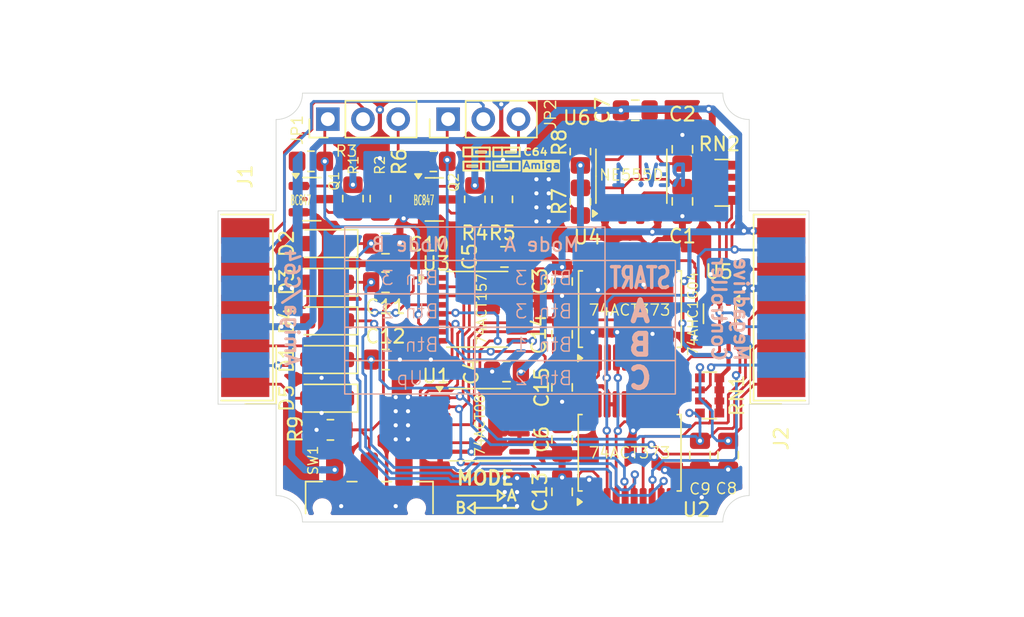
<source format=kicad_pcb>
(kicad_pcb (version 20241229) (generator "pcbnew") (generator_version "9.0")
  (layers (0 "F.Cu" signal) (2 "B.Cu" signal) (13 "F.Paste" user) (15 "B.Paste" user) (5 "F.SilkS" user "F.Silkscreen") (7 "B.SilkS" user "B.Silkscreen") (1 "F.Mask" user) (3 "B.Mask" user) (25 "Edge.Cuts" user))
  (net 0 "")
  (net 1 "Net-(U6-THR)")
  (net 2 "GND")
  (net 3 "Net-(U6-CV)")
  (net 4 "VCC")
  (net 5 "Net-(D1-A)")
  (net 6 "/C64_FIRE")
  (net 7 "/C64_RIGHT")
  (net 8 "Net-(D2-A)")
  (net 9 "Net-(D3-A)")
  (net 10 "/C64_LEFT")
  (net 11 "/C64_DOWN")
  (net 12 "Net-(D4-A)")
  (net 13 "Net-(D5-A)")
  (net 14 "/C64_UP")
  (net 15 "/C64_POTY")
  (net 16 "/C64_POTX")
  (net 17 "/MD_C{slash}~{ST}")
  (net 18 "/MD_B{slash}~{A}")
  (net 19 "/MD_RIGHT_M")
  (net 20 "/MD_LEFT_M")
  (net 21 "/CLK")
  (net 22 "Net-(Q1-B)")
  (net 23 "Net-(Q2-B)")
  (net 24 "/C64_C")
  (net 25 "/C64_B")
  (net 26 "Net-(U6-DIS)")
  (net 27 "/MD_C")
  (net 28 "Net-(U3-I1a)")
  (net 29 "/MD_START")
  (net 31 "/MD_A")
  (net 32 "Net-(U3-I0b)")
  (net 43 "/~{CLK}")
  (net 47 "Net-(SW1-B)")
  (net 50 "Net-(JP1-B)")
  (net 51 "Net-(JP2-B)")
  (net 52 "/MD_UP")
  (footprint "Capacitor_SMD:C_0805_2012Metric_Pad1.18x1.45mm_HandSolder" (layer "F.Cu") (at 75.692 120.9548 180)
    (property "Reference" "C4")
    (property "Value" "100nF")
  )
  (footprint "Connector_Dsub:DSUB-9_Male_EdgeMount_P2.77mm" (layer "F.Cu") (at 95.5315 116.332 90)
    (property "Reference" "J2")
    (property "Value" "DB9_M_TO_PAD")
  )
  (footprint "Connector_PinHeader_2.54mm:PinHeader_1x03_P2.54mm_Vertical" (layer "F.Cu") (at 71.4756 102.7176 90)
    (property "Reference" "JP2")
    (property "Value" "Amiga/C64 SEL2")
  )
  (footprint "Resistor_SMD:R_0805_2012Metric_Pad1.20x1.40mm_HandSolder" (layer "F.Cu") (at 70.4088 105.7656 180)
    (property "Reference" "R6")
    (property "Value" "2.2k")
  )
  (footprint "Package_SO:SSOP-20_5.3x7.2mm_P0.65mm" (layer "F.Cu") (at 84.608 116.4427 90)
    (property "Reference" "U4")
    (property "Value" "74ACT373")
  )
  (footprint "Diode_SMD:D_SOD-123F" (layer "F.Cu") (at 62.738 122.8852 180)
    (property "Reference" "D5")
    (property "Value" "1N4148")
  )
  (footprint "Resistor_SMD:R_0805_2012Metric_Pad1.20x1.40mm_HandSolder" (layer "F.Cu") (at 81.026 108.6827 -90)
    (property "Reference" "R7")
    (property "Value" "10K")
  )
  (footprint "Resistor_SMD:R_0805_2012Metric_Pad1.20x1.40mm_HandSolder" (layer "F.Cu") (at 64.6016 108.458 -90)
    (property "Reference" "R1")
    (property "Value" "2.2k")
  )
  (footprint "Capacitor_SMD:C_0805_2012Metric_Pad1.18x1.45mm_HandSolder" (layer "F.Cu") (at 66.9544 120.0912)
    (property "Reference" "C12")
    (property "Value" "100nF")
  )
  (footprint "Capacitor_SMD:C_0805_2012Metric_Pad1.18x1.45mm_HandSolder" (layer "F.Cu") (at 66.9544 111.7092)
    (property "Reference" "C10")
    (property "Value" "100nF")
  )
  (footprint "Resistor_SMD:R_0805_2012Metric_Pad1.20x1.40mm_HandSolder" (layer "F.Cu") (at 73.406 108.5088 -90)
    (property "Reference" "R4")
    (property "Value" "2.2k")
  )
  (footprint "Package_TO_SOT_SMD:SOT-23" (layer "F.Cu") (at 61.6321 108.498)
    (property "Reference" "Q1")
    (property "Value" "BC847")
  )
  (footprint "Capacitor_SMD:C_0805_2012Metric_Pad1.18x1.45mm_HandSolder" (layer "F.Cu") (at 89.662 127 -90)
    (property "Reference" "C9")
    (property "Value" "100nF")
  )
  (footprint "Capacitor_SMD:C_0805_2012Metric_Pad1.18x1.45mm_HandSolder" (layer "F.Cu") (at 66.9544 114.5032)
    (property "Reference" "C11")
    (property "Value" "100nF")
  )
  (footprint "Connector_PinHeader_2.54mm:PinHeader_1x03_P2.54mm_Vertical" (layer "F.Cu") (at 62.7888 102.7176 90)
    (property "Reference" "JP1")
    (property "Value" "Amiga/C64 SEL1")
  )
  (footprint "Package_SO:TSSOP-16_4.4x5mm_P0.65mm" (layer "F.Cu") (at 73.5761 116.459)
    (property "Reference" "U3")
    (property "Value" "74ACT157")
  )
  (footprint "Capacitor_SMD:C_0805_2012Metric_Pad1.18x1.45mm_HandSolder" (layer "F.Cu") (at 79.7052 122.1017 -90)
    (property "Reference" "C15")
    (property "Value" "100nF")
  )
  (footprint "Capacitor_SMD:C_0805_2012Metric_Pad1.18x1.45mm_HandSolder" (layer "F.Cu") (at 79.7052 118.2624 90)
    (property "Reference" "C14")
    (property "Value" "100nF")
  )
  (footprint "Capacitor_SMD:C_0805_2012Metric_Pad1.18x1.45mm_HandSolder" (layer "F.Cu") (at 84.9884 102.0787)
    (property "Reference" "C7")
    (property "Value" "100nF")
  )
  (footprint "Capacitor_SMD:C_0805_2012Metric_Pad1.18x1.45mm_HandSolder" (layer "F.Cu") (at 79.7052 125.8609 -90)
    (property "Reference" "C6")
    (property "Value" "100nF")
  )
  (footprint "Capacitor_SMD:C_0805_2012Metric_Pad1.18x1.45mm_HandSolder" (layer "F.Cu") (at 79.7052 114.4524 -90)
    (property "Reference" "C3")
    (property "Value" "100nF")
  )
  (footprint "Capacitor_SMD:C_0805_2012Metric_Pad1.18x1.45mm_HandSolder" (layer "F.Cu") (at 88.392 104.8942 -90)
    (property "Reference" "C2")
    (property "Value" "10nF")
  )
  (footprint "Package_SO:TSSOP-14_4.4x5mm_P0.65mm" (layer "F.Cu") (at 73.7616 124.8)
    (property "Reference" "U1")
    (property "Value" "74ACT08")
  )
  (footprint "Diode_SMD:D_SOD-123F" (layer "F.Cu") (at 62.738 111.7092 180)
    (property "Reference" "D2")
    (property "Value" "1N4148")
  )
  (footprint "Package_TO_SOT_SMD:SOT-353_SC-70-5_Handsoldering" (layer "F.Cu") (at 91.074 116.78 -90)
    (property "Reference" "U5")
    (property "Value" "74AHC1G04")
  )
  (footprint "Capacitor_SMD:C_0805_2012Metric_Pad1.18x1.45mm_HandSolder" (layer "F.Cu") (at 79.7052 129.6494 90)
    (property "Reference" "C13")
    (property "Value" "100nF")
  )
  (footprint "Capacitor_SMD:C_0805_2012Metric_Pad1.18x1.45mm_HandSolder" (layer "F.Cu") (at 91.694 127 -90)
    (property "Reference" "C8")
    (property "Value" "100nF")
  )
  (footprint "Resistor_SMD:R_0805_2012Metric_Pad1.20x1.40mm_HandSolder" (layer "F.Cu") (at 61.5696 105.7656 180)
    (property "Reference" "R3")
    (property "Value" "2.2k")
  )
  (footprint "Diode_SMD:D_SOD-123F" (layer "F.Cu") (at 62.738 114.5032 180)
    (property "Reference" "D3")
    (property "Value" "1N4148")
  )
  (footprint "Resistor_SMD:R_0805_2012Metric_Pad1.20x1.40mm_HandSolder" (layer "F.Cu") (at 81.026 105.0599 -90)
    (property "Reference" "R8")
    (property "Value" "10K")
  )
  (footprint "Resistor_SMD:R_Array_Convex_4x0612" (layer "F.Cu") (at 90.359 122.682 180)
    (property "Reference" "RN1")
    (property "Value" "10K" (hide yes))
  )
  (footprint "Diode_SMD:D_SOD-123F" (layer "F.Cu") (at 62.738 120.0912 180)
    (property "Reference" "D1")
    (property "Value" "1N4148")
  )
  (footprint "Package_TO_SOT_SMD:SOT-23" (layer "F.Cu") (at 70.4788 108.519)
    (property "Reference" "Q2")
    (property "Value" "BC847")
  )
  (footprint "Resistor_SMD:R_0805_2012Metric_Pad1.20x1.40mm_HandSolder" (layer "F.Cu") (at 66.5828 108.458 -90)
    (property "Reference" "R2")
    (property "Value" "100k")
  )
  (footprint "Capacitor_SMD:C_0805_2012Metric_Pad1.18x1.45mm_HandSolder" (layer "F.Cu") (at 75.5435 112.6744 180)
    (property "Reference" "C5")
    (property "Value" "100nF")
  )
  (footprint "Diode_SMD:D_SOD-123F" (layer "F.Cu") (at 62.738 117.2972 180)
    (property "Reference" "D4")
    (property "Value" "1N4148")
  )
  (footprint "Resistor_SMD:R_Array_Convex_4x0612" (layer "F.Cu") (at 91.248 107.315)
    (property "Reference" "RN2")
    (property "Value" "10K" (hide yes))
  )
  (footprint "Capacitor_SMD:C_0805_2012Metric_Pad1.18x1.45mm_HandSolder" (layer "F.Cu") (at 88.392 108.6612 90)
    (property "Reference" "C1")
    (property "Value" "10nF")
  )
  (footprint "Resistor_SMD:R_0805_2012Metric_Pad1.20x1.40mm_HandSolder" (layer "F.Cu") (at 75.3872 108.5088 -90)
    (property "Reference" "R5")
    (property "Value" "100k")
  )
  (footprint "Button_Switch_SMD:SW_SPDT_CK_JS102011SAQN" (layer "F.Cu") (at 65.786 130.81)
    (property "Reference" "SW1")
    (property "Value" "MODE")
  )
  (footprint "Connector_Dsub:DSUB-9_Female_EdgeMount_P2.77mm" (layer "F.Cu") (at 56.8265 116.332 -90)
    (property "Reference" "J1")
    (property "Value" "DB9_F_TO_C64")
  )
  (footprint "Resistor_SMD:R_0805_2012Metric_Pad1.20x1.40mm_HandSolder" (layer "F.Cu") (at 62.976 125.1712 180)
    (property "Reference" "R9")
    (property "Value" "10K")
  )
  (footprint "Package_SO:SSOP-20_5.3x7.2mm_P0.65mm" (layer "F.Cu") (at 84.582 126.8261 90)
    (property "Reference" "U2")
    (property "Value" "74ACT373")
  )
  (footprint "Package_SO:SOIC-8_3.9x4.9mm_P1.27mm" (layer "F.Cu") (at 84.709 106.8408 90)
    (property "Reference" "U6")
    (property "Value" "NE555D")
  )
  (gr_line (start 73.152 104.775) (end 73.787 104.775) (stroke (width 0.15)) (layer "F.SilkS"))
  (gr_line (start 75.946 104.775) (end 76.6445 104.775) (stroke (width 0.15)) (layer "F.SilkS"))
  (gr_line (start 73.914 105.791) (end 73.279 105.791) (stroke (width 0.15)) (layer "F.SilkS"))
  (gr_line (start 74.7395 105.791) (end 74.7395 106.426) (stroke (width 0.15)) (layer "F.SilkS"))
  (gr_line (start 74.4855 105.791) (end 74.4855 106.426) (stroke (width 0.15)) (layer "F.SilkS"))
  (gr_rect (start 73.4695 105.029) (end 74.2315 105.156) (stroke (width 0.1)) (fill no) (layer "F.SilkS"))
  (gr_line (start 74.4855 105.41) (end 74.4855 104.775) (stroke (width 0.15)) (layer "F.SilkS"))
  (gr_line (start 72.5805 105.41) (end 73.2155 105.41) (stroke (width 0.15)) (layer "F.SilkS"))
  (gr_line (start 74.4855 105.791) (end 73.8505 105.791) (stroke (width 0.15)) (layer "F.SilkS"))
  (gr_line (start 72.5805 104.775) (end 73.2155 104.775) (stroke (width 0.15)) (layer "F.SilkS"))
  (gr_line (start 75.057 129.54) (end 75.565 129.921) (stroke (width 0.15)) (layer "F.SilkS"))
  (gr_rect (start 75.6285 105.029) (end 76.3905 105.156) (stroke (width 0.1)) (fill no) (layer "F.SilkS"))
  (gr_line (start 74.7395 104.775) (end 74.7395 105.283) (stroke (width 0.1)) (layer "F.SilkS"))
  (gr_line (start 72.5805 104.775) (end 72.5805 105.283) (stroke (width 0.1)) (layer "F.SilkS"))
  (gr_line (start 73.8505 105.791) (end 73.8505 106.426) (stroke (width 0.15)) (layer "F.SilkS"))
  (gr_line (start 76.454 130.81) (end 73.406 130.81) (stroke (width 0.15)) (layer "F.SilkS"))
  (gr_line (start 76.6445 106.426) (end 76.0095 106.426) (stroke (width 0.15)) (layer "F.SilkS"))
  (gr_line (start 73.279 105.791) (end 72.5805 105.791) (stroke (width 0.15)) (layer "F.SilkS"))
  (gr_line (start 76.073 106.426) (end 75.438 106.426) (stroke (width 0.15)) (layer "F.SilkS"))
  (gr_line (start 75.565 129.921) (end 75.057 130.302) (stroke (width 0.15)) (layer "F.SilkS"))
  (gr_line (start 76.6445 105.791) (end 76.6445 106.426) (stroke (width 0.15)) (layer "F.SilkS"))
  (gr_line (start 72.898 130.81) (end 73.406 130.429) (stroke (width 0.15)) (layer "F.SilkS"))
  (gr_rect (start 72.8345 106.045) (end 73.5965 106.172) (stroke (width 0.1)) (fill no) (layer "F.SilkS"))
  (gr_line (start 74.4855 106.426) (end 73.8505 106.426) (stroke (width 0.15)) (layer "F.SilkS"))
  (gr_line (start 76.6445 105.41) (end 76.6445 104.775) (stroke (width 0.15)) (layer "F.SilkS"))
  (gr_line (start 76.0095 105.791) (end 76.0095 106.426) (stroke (width 0.15)) (layer "F.SilkS"))
  (gr_line (start 72.5805 105.791) (end 72.5805 106.426) (stroke (width 0.15)) (layer "F.SilkS"))
  (gr_line (start 74.7395 105.41) (end 74.7395 104.775) (stroke (width 0.15)) (layer "F.SilkS"))
  (gr_line (start 75.057 130.302) (end 75.057 129.921) (stroke (width 0.15)) (layer "F.SilkS"))
  (gr_line (start 76.6445 106.426) (end 76.6445 105.918) (stroke (width 0.1)) (layer "F.SilkS"))
  (gr_line (start 73.152 105.41) (end 73.787 105.41) (stroke (width 0.15)) (layer "F.SilkS"))
  (gr_line (start 74.4855 106.426) (end 74.4855 105.918) (stroke (width 0.1)) (layer "F.SilkS"))
  (gr_rect (start 74.9935 106.045) (end 75.7555 106.172) (stroke (width 0.1)) (fill no) (layer "F.SilkS"))
  (gr_line (start 73.406 131.191) (end 72.898 130.81) (stroke (width 0.15)) (layer "F.SilkS"))
  (gr_line (start 76.073 105.791) (end 75.438 105.791) (stroke (width 0.15)) (layer "F.SilkS"))
  (gr_line (start 73.2155 105.41) (end 73.2155 104.775) (stroke (width 0.15)) (layer "F.SilkS"))
  (gr_line (start 75.311 105.41) (end 75.946 105.41) (stroke (width 0.15)) (layer "F.SilkS"))
  (gr_line (start 73.279 106.426) (end 72.5805 106.426) (stroke (width 0.15)) (layer "F.SilkS"))
  (gr_line (start 75.3745 105.41) (end 75.3745 104.775) (stroke (width 0.15)) (layer "F.SilkS"))
  (gr_line (start 75.311 104.775) (end 75.946 104.775) (stroke (width 0.15)) (layer "F.SilkS"))
  (gr_line (start 72.136 129.921) (end 75.057 129.921) (stroke (width 0.15)) (layer "F.SilkS"))
  (gr_line (start 72.5805 105.41) (end 72.5805 104.775) (stroke (width 0.15)) (layer "F.SilkS"))
  (gr_line (start 75.438 106.426) (end 74.7395 106.426) (stroke (width 0.15)) (layer "F.SilkS"))
  (gr_line (start 73.406 130.429) (end 73.406 130.81) (stroke (width 0.15)) (layer "F.SilkS"))
  (gr_line (start 75.438 105.791) (end 74.7395 105.791) (stroke (width 0.15)) (layer "F.SilkS"))
  (gr_line (start 75.946 105.41) (end 76.6445 105.41) (stroke (width 0.15)) (layer "F.SilkS"))
  (gr_line (start 73.406 130.81) (end 73.406 131.191) (stroke (width 0.15)) (layer "F.SilkS"))
  (gr_line (start 74.7395 105.41) (end 75.3745 105.41) (stroke (width 0.15)) (layer "F.SilkS"))
  (gr_line (start 73.787 105.41) (end 74.4855 105.41) (stroke (width 0.15)) (layer "F.SilkS"))
  (gr_line (start 76.6445 105.791) (end 76.0095 105.791) (stroke (width 0.15)) (layer "F.SilkS"))
  (gr_line (start 75.057 129.921) (end 75.057 129.54) (stroke (width 0.15)) (layer "F.SilkS"))
  (gr_line (start 73.787 104.775) (end 74.4855 104.775) (stroke (width 0.15)) (layer "F.SilkS"))
  (gr_line (start 74.7395 104.775) (end 75.3745 104.775) (stroke (width 0.15)) (layer "F.SilkS"))
  (gr_line (start 73.914 106.426) (end 73.279 106.426) (stroke (width 0.15)) (layer "F.SilkS"))
  (gr_rect (start 73.406 120.1674) (end 82.804 122.5804) (stroke (width 0.1)) (fill no) (layer "B.SilkS"))
  (gr_rect (start 73.406 115.3414) (end 82.804 117.7544) (stroke (width 0.1)) (fill no) (layer "B.SilkS"))
  (gr_rect (start 73.406 110.5154) (end 82.804 112.9284) (stroke (width 0.1)) (fill no) (layer "B.SilkS"))
  (gr_rect (start 82.804 112.9284) (end 87.884 115.3414) (stroke (width 0.1)) (fill no) (layer "B.SilkS"))
  (gr_rect (start 64.008 117.7544) (end 73.406 120.1674) (stroke (width 0.1)) (fill no) (layer "B.SilkS"))
  (gr_rect (start 64.008 115.3414) (end 73.406 117.7544) (stroke (width 0.1)) (fill no) (layer "B.SilkS"))
  (gr_rect (start 64.008 110.5154) (end 73.406 112.9284) (stroke (width 0.1)) (fill no) (layer "B.SilkS"))
  (gr_rect (start 82.804 115.3414) (end 87.884 117.7544) (stroke (width 0.1)) (fill no) (layer "B.SilkS"))
  (gr_rect (start 82.804 120.1674) (end 87.884 122.5804) (stroke (width 0.1)) (fill no) (layer "B.SilkS"))
  (gr_rect (start 82.804 117.7544) (end 87.884 120.1674) (stroke (width 0.1)) (fill no) (layer "B.SilkS"))
  (gr_rect (start 64.008 112.9284) (end 73.406 115.3414) (stroke (width 0.1)) (fill no) (layer "B.SilkS"))
  (gr_rect (start 64.008 120.1674) (end 73.406 122.5804) (stroke (width 0.1)) (fill no) (layer "B.SilkS"))
  (gr_rect (start 73.406 112.9284) (end 82.804 115.3414) (stroke (width 0.1)) (fill no) (layer "B.SilkS"))
  (gr_rect (start 73.406 117.7544) (end 82.804 120.1674) (stroke (width 0.1)) (fill no) (layer "B.SilkS"))
  (gr_arc (start 59.055 129.921) (mid 60.402038 130.478962) (end 60.96 131.826) (stroke (width 0.05)) (layer "Edge.Cuts"))
  (gr_line (start 54.864 116.205) (end 54.864 109.347) (stroke (width 0.05)) (layer "Edge.Cuts"))
  (gr_line (start 59.055 129.921) (end 59.055 123.317) (stroke (width 0.05)) (layer "Edge.Cuts"))
  (gr_arc (start 60.96 100.838) (mid 60.402038 102.185038) (end 59.055 102.743) (stroke (width 0.05)) (layer "Edge.Cuts"))
  (gr_arc (start 91.313 131.826) (mid 91.870962 130.478962) (end 93.218 129.921) (stroke (width 0.05)) (layer "Edge.Cuts"))
  (gr_line (start 97.536 109.347) (end 97.536 123.317) (stroke (width 0.05)) (layer "Edge.Cuts"))
  (gr_line (start 93.218 123.317) (end 93.218 129.921) (stroke (width 0.05)) (layer "Edge.Cuts"))
  (gr_line (start 59.055 123.317) (end 54.864 123.317) (stroke (width 0.05)) (layer "Edge.Cuts"))
  (gr_line (start 54.864 109.347) (end 59.055 109.347) (stroke (width 0.05)) (layer "Edge.Cuts"))
  (gr_line (start 60.96 100.838) (end 91.313 100.838) (stroke (width 0.05)) (layer "Edge.Cuts"))
  (gr_line (start 59.055 109.347) (end 59.055 102.743) (stroke (width 0.05)) (layer "Edge.Cuts"))
  (gr_line (start 93.218 102.743) (end 93.218 109.347) (stroke (width 0.05)) (layer "Edge.Cuts"))
  (gr_line (start 54.864 123.317) (end 54.864 116.205) (stroke (width 0.05)) (layer "Edge.Cuts"))
  (gr_arc (start 93.218 102.743) (mid 91.870962 102.185038) (end 91.313 100.838) (stroke (width 0.05)) (layer "Edge.Cuts"))
  (gr_line (start 93.218 109.347) (end 97.536 109.347) (stroke (width 0.05)) (layer "Edge.Cuts"))
  (gr_line (start 97.536 123.317) (end 93.218 123.317) (stroke (width 0.05)) (layer "Edge.Cuts"))
  (gr_line (start 91.313 131.826) (end 60.96 131.826) (stroke (width 0.05)) (layer "Edge.Cuts"))
  (gr_text "REV. 1" (at 85.979 106.807 -0) (layer "B.Cu") (effects (font (size 1.5 1.1) (thickness 0.275) (bold yes)) (justify mirror)))
  (gr_text "Amiga" (at 78.232 106.045 0) (layer "F.SilkS" knockout) (effects (font (size 0.5 0.6) (thickness 0.12) (bold yes))))
  (gr_text "C64" (at 76.835 105.0925 0) (layer "F.SilkS") (effects (font (size 0.5 0.6) (thickness 0.12) (bold yes)) (justify left)))
  (gr_text "A" (at 76.073 129.921 0) (layer "F.SilkS") (effects (font (size 0.8 0.8) (thickness 0.15) (bold yes))))
  (gr_text "B\n" (at 72.39 130.81 0) (layer "F.SilkS") (effects (font (size 0.8 0.8) (thickness 0.15) (bold yes))))
  (gr_text "MODE" (at 74.168 128.651 0) (layer "F.SilkS") (effects (font (size 1 1) (thickness 0.2) (bold yes))))
  (gr_text "Btn 1" (at 68.707 119.0244 -0) (layer "B.SilkS") (effects (font (size 1 1) (thickness 0.1)) (justify mirror)))
  (gr_text "B" (at 85.344 119.0244 -0) (layer "B.SilkS") (effects (font (size 1.5 1.5) (thickness 0.375) (bold yes)) (justify mirror)))
  (gr_text "Btn 3" (at 78.359 114.1984 -0) (layer "B.SilkS") (effects (font (size 1 1) (thickness 0.1)) (justify mirror)))
  (gr_text "Btn 2" (at 78.359 121.4374 -0) (layer "B.SilkS") (effects (font (size 1 1) (thickness 0.1)) (justify mirror)))
  (gr_text "Mode B" (at 68.707 111.7854 -0) (layer "B.SilkS") (effects (font (size 1 1)) (justify mirror)))
  (gr_text "Megadrive\nController" (at 91.821 116.459 270) (layer "B.SilkS") (effects (font (size 1 1) (thickness 0.2) (bold yes)) (justify mirror)))
  (gr_text "Amiga/C64" (at 60.198 116.332 -90) (layer "B.SilkS") (effects (font (size 1 1) (thickness 0.2) (bold yes)) (justify mirror)))
  (gr_text "C" (at 85.344 121.4374 -0) (layer "B.SilkS") (effects (font (size 1.5 1.5) (thickness 0.375) (bold yes)) (justify mirror)))
  (gr_text "Mode A" (at 78.232 111.7854 -0) (layer "B.SilkS") (effects (font (size 1 1)) (justify mirror)))
  (gr_text "START" (at 85.344 114.1984 -0) (layer "B.SilkS") (effects (font (size 1.5 1) (thickness 0.25) (bold yes)) (justify mirror)))
  (gr_text "Btn 1" (at 78.359 119.0244 -0) (layer "B.SilkS") (effects (font (size 1 1) (thickness 0.1)) (justify mirror)))
  (gr_text "A" (at 85.344 116.6114 -0) (layer "B.SilkS") (effects (font (size 1.5 1.5) (thickness 0.375) (bold yes)) (justify mirror)))
  (gr_text "Btn 3" (at 78.359 116.6114 -0) (layer "B.SilkS") (effects (font (size 1 1) (thickness 0.1)) (justify mirror)))
  (gr_text "Up" (at 68.707 121.4374 -0) (layer "B.SilkS") (effects (font (size 1 1) (thickness 0.1)) (justify mirror)))
  (gr_text "Btn 2" (at 68.707 116.6114 -0) (layer "B.SilkS") (effects (font (size 1 1) (thickness 0.1)) (justify mirror)))
  (gr_text "Btn 3" (at 68.707 114.1984 -0) (layer "B.SilkS") (effects (font (size 1 1) (thickness 0.1)) (justify mirror)))
  (segment (start 84.074 107.95) (end 84.074 107.696) (width 0.2) (layer "F.Cu") (net 1))
  (segment (start 88.392 107.6237) (end 87.9387 107.6237) (width 0.2) (layer "F.Cu") (net 1))
  (segment (start 85.344 104.3658) (end 85.344 107.061) (width 0.2) (layer "F.Cu") (net 1))
  (segment (start 84.074 107.95) (end 84.074 107.6827) (width 0.2) (layer "F.Cu") (net 1))
  (segment (start 87.9387 107.6237) (end 87.376 107.061) (width 0.2) (layer "F.Cu") (net 1))
  (segment (start 84.709 107.061) (end 85.471 107.061) (width 0.2) (layer "F.Cu") (net 1))
  (segment (start 84.074 107.696) (end 84.709 107.061) (width 0.2) (layer "F.Cu") (net 1))
  (segment (start 88.333 107.6827) (end 88.392 107.6237) (width 0.2) (layer "F.Cu") (net 1))
  (segment (start 85.471 107.061) (end 85.344 107.061) (width 0.2) (layer "F.Cu") (net 1))
  (segment (start 81.026 107.6827) (end 84.074 107.6827) (width 0.2) (layer "F.Cu") (net 1))
  (segment (start 87.376 107.061) (end 85.471 107.061) (width 0.2) (layer "F.Cu") (net 1))
  (segment (start 84.074 109.3158) (end 84.074 107.95) (width 0.2) (layer "F.Cu") (net 1))
  (segment (start 85.583 113.917916) (end 85.258216 114.2427) (width 0.3) (layer "F.Cu") (net 2))
  (segment (start 62.338 123.952) (end 62.338 121.412) (width 0.5) (layer "F.Cu") (net 2))
  (segment (start 83.633 112.9427) (end 82.983 112.9427) (width 0.3) (layer "F.Cu") (net 2))
  (segment (start 81.657 130.3261) (end 81.657 128.782) (width 0.3) (layer "F.Cu") (net 2))
  (segment (start 80.8183 122.0261) (end 82.632216 122.0261) (width 0.3) (layer "F.Cu") (net 2))
  (segment (start 75.897432 126.1) (end 76.6241 126.1) (width 0.3) (layer "F.Cu") (net 2))
  (segment (start 83.633 113.917916) (end 83.633 112.9427) (width 0.3) (layer "F.Cu") (net 2))
  (segment (start 79.7052 115.4899) (end 79.6993 115.484) (width 0.5) (layer "F.Cu") (net 2))
  (segment (start 82.804 109.3158) (end 82.804 110.49) (width 0.5) (layer "F.Cu") (net 2))
  (segment (start 74.506 111.549) (end 74.506 112.6744) (width 0.5) (layer "F.Cu") (net 2))
  (segment (start 90.424 115.45) (end 90.424 113.919) (width 0.3) (layer "F.Cu") (net 2))
  (segment (start 74.6545 120.9548) (end 74.6545 123.4225) (width 0.5) (layer "F.Cu") (net 2))
  (segment (start 88.392 102.362) (end 88.392 103.8567) (width 0.5) (layer "F.Cu") (net 2))
  (segment (start 76.4386 114.834) (end 74.829 114.834) (width 0.3) (layer "F.Cu") (net 2))
  (segment (start 69.5413 109.469) (end 68.712 109.469) (width 0.5) (layer "F.Cu") (net 2))
  (segment (start 62.338 124.8092) (end 62.338 123.952) (width 0.5) (layer "F.Cu") (net 2))
  (segment (start 83.312 110.998) (end 83.312 111.379) (width 0.5) (layer "F.Cu") (net 2))
  (segment (start 68.834 125.857) (end 68.58 125.857) (width 0.3) (layer "F.Cu") (net 2))
  (segment (start 75.438 105.664) (end 75.311 105.537) (width 0.3) (layer "F.Cu") (net 2))
  (segment (start 87.757 128.524) (end 88.2435 128.0375) (width 0.3) (layer "F.Cu") (net 2))
  (segment (start 74.93 111.125) (end 74.506 111.549) (width 0.5) (layer "F.Cu") (net 2))
  (segment (start 87.533 120.917916) (end 87.533 119.9427) (width 0.3) (layer "F.Cu") (net 2))
  (segment (start 86.233 119.9427) (end 86.233 120.917916) (width 0.3) (layer "F.Cu") (net 2))
  (segment (start 82.632216 122.0261) (end 82.957 122.350884) (width 0.3) (layer "F.Cu") (net 2))
  (segment (start 68.337 118.734) (end 67.9919 119.0791) (width 0.3) (layer "F.Cu") (net 2))
  (segment (start 87.507 130.3261) (end 87.757 130.0761) (width 0.3) (layer "F.Cu") (net 2))
  (segment (start 82.957 123.3261) (end 83.607 123.3261) (width 0.3) (layer "F.Cu") (net 2))
  (segment (start 66.548 105.537) (end 66.548 102.038) (width 0.3) (layer "F.Cu") (net 2))
  (segment (start 67.9919 119.0791) (end 67.9919 120.0912) (width 0.3) (layer "F.Cu") (net 2))
  (segment (start 61.083818 112.922) (end 62.338 112.922) (width 0.5) (layer "F.Cu") (net 2))
  (segment (start 81.657 128.782) (end 81.661 128.778) (width 0.3) (layer "F.Cu") (net 2))
  (segment (start 75.886601 125.45) (end 76.6241 125.45) (width 0.3) (layer "F.Cu") (net 2))
  (segment (start 78.9068 126.1) (end 76.6241 126.1) (width 0.5) (layer "F.Cu") (net 2))
  (segment (start 88.392 109.6987) (end 88.392 109.728) (width 0.3) (layer "F.Cu") (net 2))
  (segment (start 86.233 120.917916) (end 86.557784 121.2427) (width 0.3) (layer "F.Cu") (net 2))
  (segment (start 76.4386 115.484) (end 79.6993 115.484) (width 0.5) (layer "F.Cu") (net 2))
  (segment (start 75.311 105.537) (end 75.311 101.638) (width 0.3) (layer "F.Cu") (net 2))
  (segment (start 67.9919 111.633) (end 67.9919 111.7092) (width 0.5) (layer "F.Cu") (net 2))
  (segment (start 88.392 109.728) (end 88.392 110.744) (width 0.3) (layer "F.Cu") (net 2))
  (segment (start 76.6241 123.5) (end 76.6241 124.15) (width 0.3) (layer "F.Cu") (net 2))
  (segment (start 85.583 119.9427) (end 86.233 119.9427) (width 0.3) (layer "F.Cu") (net 2))
  (segment (start 77.47 110.871) (end 77.089 110.871) (width 0.5) (layer "F.Cu") (net 2))
  (segment (start 83.957784 114.2427) (end 83.633 113.917916) (width 0.3) (layer "F.Cu") (net 2))
  (segment (start 76.6241 125.45) (end 76.6241 126.1) (width 0.3) (layer "F.Cu") (net 2))
  (segment (start 60.198 114.935) (end 60.198 113.807818) (width 0.5) (layer "F.Cu") (net 2))
  (segment (start 87.757 130.0761) (end 87.757 128.524) (width 0.3) (layer "F.Cu") (net 2))
  (segment (start 67.9919 114.5032) (end 67.9919 113.157) (width 0.5) (layer "F.Cu") (net 2))
  (segment (start 86.233 118.237) (end 86.233 119.9427) (width 0.3) (layer "F.Cu") (net 2))
  (segment (start 83.683 118.11) (end 81.915 118.11) (width 0.5) (layer "F.Cu") (net 2))
  (segment (start 62.338 121.412) (end 62.338 113.157) (width 0.5) (layer "F.Cu") (net 2))
  (segment (start 86.614 111.379) (end 86.233 111.76) (width 0.3) (layer "F.Cu") (net 2))
  (segment (start 60.198 113.807818) (end 61.083818 112.922) (width 0.5) (layer "F.Cu") (net 2))
  (segment (start 70.7136 118.734) (end 68.337 118.734) (width 0.3) (layer "F.Cu") (net 2))
  (segment (start 85.258216 114.2427) (end 83.957784 114.2427) (width 0.3) (layer "F.Cu") (net 2))
  (segment (start 84.836 126.111) (end 84.836 125.222) (width 0.5) (layer "F.Cu") (net 2))
  (segment (start 70.8991 126.75) (end 69.727 126.75) (width 0.3) (layer "F.Cu") (net 2))
  (segment (start 77.089 110.871) (end 76.835 111.125) (width 0.5) (layer "F.Cu") (net 2))
  (segment (start 87.129803 127.896803) (end 86.36 127.127) (width 0.5) (layer "F.Cu") (net 2))
  (segment (start 85.583 112.9427) (end 85.583 113.917916) (width 0.3) (layer "F.Cu") (net 2))
  (segment (start 87.757 111.379) (end 86.614 111.379) (width 0.3) (layer "F.Cu") (net 2))
  (segment (start 86.0259 102.0787) (end 88.1087 102.0787) (width 0.5) (layer "F.Cu") (net 2))
  (segment (start 74.506 114.511) (end 74.506 112.6744) (width 0.3) (layer "F.Cu") (net 2))
  (segment (start 86.233 111.76) (end 86.233 112.9427) (width 0.3) (layer "F.Cu") (net 2))
  (segment (start 84.836 127) (end 84.836 126.111) (width 0.5) (layer "F.Cu") (net 2))
  (segment (start 85.583 116.571) (end 86.233 117.221) (width 0.3) (layer "F.Cu") (net 2))
  (segment (start 76.835 111.125) (end 74.93 111.125) (width 0.5) (layer "F.Cu") (net 2))
  (segment (start 86.207 123.3261) (end 86.207 119.9687) (width 0.3) (layer "F.Cu") (net 2))
  (segment (start 67.9919 113.157) (end 62.338 113.157) (width 0.5) (layer "F.Cu") (net 2))
  (segment (start 88.2435 128.0375) (end 89.662 128.0375) (width 0.3) (layer "F.Cu") (net 2))
  (segment (start 60.6946 109.448) (end 61.569 109.448) (width 0.5) (layer "F.Cu") (net 2))
  (segment (start 86.557784 121.2427) (end 87.208216 121.2427) (width 0.3) (layer "F.Cu") (net 2))
  (segment (start 83.583 111.65) (end 83.583 112.9427) (width 0.5) (layer "F.Cu") (net 2))
  (segment (start 86.233 112.9427) (end 85.583 112.9427) (width 0.3) (layer "F.Cu") (net 2))
  (segment (start 67.9919 113.157) (end 67.9919 111.7092) (width 0.5) (layer "F.Cu") (net 2))
  (segment (start 87.129803 128.075252) (end 87.129803 127.896803) (width 0.5) (layer "F.Cu") (net 2))
  (segment (start 75.5366 124.510832) (end 75.5366 125.099999) (width 0.3) (layer "F.Cu") (net 2))
  (segment (start 74.6545 123.4225) (end 75.382 124.15) (width 0.5) (layer "F.Cu") (net 2))
  (segment (start 75.5366 125.099999) (end 75.886601 125.45) (width 0.3) (layer "F.Cu") (net 2))
  (segment (start 79.7052 128.6119) (end 79.7052 126.8984) (width 0.5) (layer "F.Cu") (net 2))
  (segment (start 70.8991 126.75) (end 73.152 126.75) (width 0.3) (layer "F.Cu") (net 2))
  (segment (start 73.152 126.75) (end 75.247432 126.75) (width 0.3) (layer "F.Cu") (net 2))
  (segment (start 81.683 119.9427) (end 81.683 118.342) (width 0.3) (layer "F.Cu") (net 2))
  (segment (start 85.557 123.3261) (end 86.207 123.3261) (width 0.3) (layer "F.Cu") (net 2))
  (segment (start 79.7052 123.1392) (end 80.8183 122.0261) (width 0.3) (layer "F.Cu") (net 2))
  (segment (start 76.4386 114.834) (end 76.4386 116.134) (width 0.3) (layer "F.Cu") (net 2))
  (segment (start 75.247432 126.75) (end 75.897432 126.1) (width 0.3) (layer "F.Cu") (net 2))
  (segment (start 88.1087 102.0787) (end 88.392 102.362) (width 0.5) (layer "F.Cu") (net 2))
  (segment (start 62.611 110.49) (end 62.611 112.649) (width 0.5) (layer "F.Cu") (net 2))
  (segment (start 88.392 110.744) (end 87.757 111.379) (width 0.3) (layer "F.Cu") (net 2))
  (segment (start 69.727 126.75) (end 68.834 125.857) (width 0.3) (layer "F.Cu") (net 2))
  (segment (start 77.851 109.093) (end 77.851 110.49) (width 0.5) (layer "F.Cu") (net 2))
  (segment (start 75.382 124.15) (end 76.6241 124.15) (width 0.5) (layer "F.Cu") (net 2))
  (segment (start 91.694 128.0375) (end 89.662 128.0375) (width 0.5) (layer "F.Cu") (net 2))
  (segment (start 82.957 122.350884) (end 82.957 123.3261) (width 0.3) (layer "F.Cu") (net 2))
  (segment (start 86.233 118.237) (end 89.027 118.237) (width 0.3) (layer "F.Cu") (net 2))
  (segment (start 74.829 114.834) (end 74.506 114.511) (width 0.3) (layer "F.Cu") (net 2))
  (segment (start 83.312 111.379) (end 83.583 111.65) (width 0.5) (layer "F.Cu") (net 2))
  (segment (start 81.683 118.342) (end 81.915 118.11) (width 0.3) (layer "F.Cu") (net 2))
  (segment (start 68.712 109.469) (end 67.9919 110.1891) (width 0.5) (layer "F.Cu") (net 2))
  (segment (start 77.851 110.49) (end 77.47 110.871) (width 0.5) (layer "F.Cu") (net 2))
  (segment (start 67.9919 110.1891) (end 67.9919 111.633) (width 0.5) (layer "F.Cu") (net 2))
  (segment (start 61.976 125.1712) (end 62.338 124.8092) (width 0.5) (layer "F.Cu") (net 2))
  (segment (start 62.338 113.157) (end 62.338 112.922) (width 0.5) (layer "F.Cu") (net 2))
  (segment (start 79.7052 115.4899) (end 79.7052 117.2249) (width 0.5) (layer "F.Cu") (net 2))
  (segment (start 79.7052 126.8984) (end 78.9068 126.1) (width 0.5) (layer "F.Cu") (net 2))
  (segment (start 62.338 112.922) (end 62.611 112.649) (width 0.5) (layer "F.Cu") (net 2))
  (segment (start 86.233 117.221) (end 86.233 118.237) (width 0.3) (layer "F.Cu") (net 2))
  (segment (start 86.207 119.9687) (end 86.233 119.9427) (width 0.3) (layer "F.Cu") (net 2))
  (segment (start 82.804 110.49) (end 83.312 110.998) (width 0.5) (layer "F.Cu") (net 2))
  (segment (start 61.569 109.448) (end 62.611 110.49) (width 0.5) (layer "F.Cu") (net 2))
  (segment (start 89.027 118.237) (end 89.281 118.491) (width 0.3) (layer "F.Cu") (net 2))
  (segment (start 87.208216 121.2427) (end 87.533 120.917916) (width 0.3) (layer "F.Cu") (net 2))
  (segment (start 85.583 112.9427) (end 85.583 116.571) (width 0.3) (layer "F.Cu") (net 2))
  (segment (start 75.897432 124.15) (end 75.5366 124.510832) (width 0.3) (layer "F.Cu") (net 2))
  (segment (start 76.6241 124.15) (end 75.897432 124.15) (width 0.3) (layer "F.Cu") (net 2))
  (via (at 62.338 123.952) (size 0.6) (drill 0.3) (layers "F.Cu" "B.Cu") (net 2))
  (via (at 89.281 118.491) (size 0.6) (drill 0.3) (layers "F.Cu" "B.Cu") (net 2))
  (via (at 73.152 126.75) (size 0.6) (drill 0.3) (layers "F.Cu" "B.Cu") (net 2))
  (via (at 88.392 109.728) (size 0.6) (drill 0.3) (layers "F.Cu" "B.Cu") (net 2))
  (via (at 79.7052 123.1392) (size 0.6) (drill 0.3) (layers "F.Cu" "B.Cu") (net 2))
  (via (at 67.691 124.841) (size 0.6) (drill 0.3) (layers "F.Cu" "B.Cu") (net 2))
  (via (at 77.851 109.093) (size 0.6) (drill 0.3) (layers "F.Cu" "B.Cu") (net 2))
  (via (at 66.548 102.038) (size 0.6) (drill 0.3) (layers "F.Cu" "B.Cu") (net 2))
  (via (at 75.565 130.683) (size 0.6) (drill 0.3) (layers "F.Cu" "B.Cu") (net 2))
  (via (at 86.36 127.127) (size 0.6) (drill 0.3) (layers "F.Cu" "B.Cu") (net 2))
  (via (at 77.851 110.109) (size 0.6) (drill 0.3) (layers "F.Cu" "B.Cu") (net 2))
  (via (at 61.976 125.1712) (size 0.6) (drill 0.3) (layers "F.Cu" "B.Cu") (net 2))
  (via (at 78.74 108.077) (size 0.6) (drill 0.3) (layers "F.Cu" "B.Cu") (net 2))
  (via (at 68.58 122.809) (size 0.6) (drill 0.3) (layers "F.Cu" "B.Cu") (net 2))
  (via (at 76.454 129.667) (size 0.6) (drill 0.3) (layers "F.Cu" "B.Cu") (net 2))
  (via (at 93.472 114.947) (size 0.6) (drill 0.3) (layers "F.Cu" "B.Cu") (net 2))
  (via (at 67.9919 120.0912) (size 0.6) (drill 0.3) (layers "F.Cu" "B.Cu") (net 2))
  (via (at 78.74 110.109) (size 0.6) (drill 0.3) (layers "F.Cu" "B.Cu") (net 2))
  (via (at 67.691 122.809) (size 0.6) (drill 0.3) (layers "F.Cu" "B.Cu") (net 2))
  (via (at 88.392 103.8567) (size 0.6) (drill 0.3) (layers "F.Cu" "B.Cu") (net 2))
  (via (at 63.754 130.683) (size 0.6) (drill 0.3) (layers "F.Cu" "B.Cu") (net 2))
  (via (at 67.9919 111.633) (size 0.6) (drill 0.3) (layers "F.Cu" "B.Cu") (net 2))
  (via (at 66.548 105.537) (size 0.6) (drill 0.3) (layers "F.Cu" "B.Cu") (net 2))
  (via (at 92.849 114.947) (size 0.6) (drill 0.3) (layers "F.Cu" "B.Cu") (net 2))
  (via (at 85.583 114.681) (size 0.6) (drill 0.3) (layers "F.Cu" "B.Cu") (net 2))
  (via (at 83.683 118.11) (size 0.6) (drill 0.3) (layers "F.Cu" "B.Cu") (net 2))
  (via (at 75.438 105.664) (size 0.6) (drill 0.3) (layers "F.Cu" "B.Cu") (net 2))
  (via (at 87.129803 128.075252) (size 0.6) (drill 0.3) (layers "F.Cu" "B.Cu") (net 2))
  (via (at 68.2625 109.89) (size 0.6) (drill 0.3) (layers "F.Cu" "B.Cu") (net 2))
  (via (at 75.565 129.667) (size 0.6) (drill 0.3) (layers "F.Cu" "B.Cu") (net 2))
  (via (at 67.691 123.825) (size 0.6) (drill 0.3) (layers "F.Cu" "B.Cu") (net 2))
  (via (at 75.565 128.651) (size 0.6) (drill 0.3) (layers "F.Cu" "B.Cu") (net 2))
  (via (at 68.58 124.841) (size 0.6) (drill 0.3) (layers "F.Cu" "B.Cu") (net 2))
  (via (at 78.74 109.093) (size 0.6) (drill 0.3) (layers "F.Cu" "B.Cu") (net 2))
  (via (at 79.6993 115.484) (size 0.6) (drill 0.3) (layers "F.Cu" "B.Cu") (net 2))
  (via (at 68.58 125.857) (size 0.6) (drill 0.3) (layers "F.Cu" "B.Cu") (net 2))
  (via (at 67.691 130.683) (size 0.6) (drill 0.3) (layers "F.Cu" "B.Cu") (net 2))
  (via (at 86.233 118.237) (size 0.6) (drill 0.3) (layers "F.Cu" "B.Cu") (net 2))
  (via (at 75.311 101.638) (size 0.6) (drill 0.3) (layers "F.Cu" "B.Cu") (net 2))
  (via (at 77.851 107.061) (size 0.6) (drill 0.3) (layers "F.Cu" "B.Cu") (net 2))
  (via (at 82.296 115.062) (size 0.6) (drill 0.3) (layers "F.Cu" "B.Cu") (net 2))
  (via (at 81.661 128.778) (size 0.6) (drill 0.3) (layers "F.Cu" "B.Cu") (net 2))
  (via (at 76.454 130.683) (size 0.6) (drill 0.3) (layers "F.Cu" "B.Cu") (net 2))
  (via (at 77.851 108.077) (size 0.6) (drill 0.3) (layers "F.Cu" "B.Cu") (net 2))
  (via (at 78.74 107.061) (size 0.6) (drill 0.3) (layers "F.Cu" "B.Cu") (net 2))
  (via (at 74.6545 120.9548) (size 0.6) (drill 0.3) (layers "F.Cu" "B.Cu") (net 2))
  (via (at 79.7052 128.6119) (size 0.6) (drill 0.3) (layers "F.Cu" "B.Cu") (net 2))
  (via (at 90.424 113.919) (size 0.6) (drill 0.3) (layers "F.Cu" "B.Cu") (net 2))
  (via (at 68.58 123.825) (size 0.6) (drill 0.3) (layers "F.Cu" "B.Cu") (net 2))
  (via (at 70.231 120.0912) (size 0.6) (drill 0.3) (layers "F.Cu" "B.Cu") (net 2))
  (via (at 81.915 118.11) (size 0.6) (drill 0.3) (layers "F.Cu" "B.Cu") (net 2))
  (via (at 60.198 114.935) (size 0.6) (drill 0.3) (layers "F.Cu" "B.Cu") (net 2))
  (via (at 62.338 121.412) (size 0.6) (drill 0.3) (layers "F.Cu" "B.Cu") (net 2))
  (via (at 91.694 128.0375) (size 0.6) (drill 0.3) (layers "F.Cu" "B.Cu") (net 2))
  (via (at 84.836 127) (size 0.6) (drill 0.3) (layers "F.Cu" "B.Cu") (net 2))
  (via (at 67.691 125.857) (size 0.6) (drill 0.3) (layers "F.Cu" "B.Cu") (net 2))
  (via (at 84.836 125.222) (size 0.6) (drill 0.3) (layers "F.Cu" "B.Cu") (net 2))
  (via (at 59.436 114.947) (size 0.6) (drill 0.3) (layers "F.Cu" "B.Cu") (net 2))
  (via (at 89.789 130.048) (size 0.6) (drill 0.3) (layers "F.Cu" "B.Cu") (net 2))
  (via (at 76.454 128.651) (size 0.6) (drill 0.3) (layers "F.Cu" "B.Cu") (net 2))
  (segment (start 87.788265 130.790735) (end 87.788265 130.048) (width 0.5) (layer "B.Cu") (net 2))
  (segment (start 78.74 110.109) (end 77.851 110.109) (width 0.5) (layer "B.Cu") (net 2))
  (segment (start 89.789 130.048) (end 87.788265 130.048) (width 0.5) (layer "B.Cu") (net 2))
  (segment (start 76.593 131.076) (end 79.883 131.076) (width 0.5) (layer "B.Cu") (net 2))
  (segment (start 79.883 131.076) (end 81.661 131.076) (width 0.5) (layer "B.Cu") (net 2))
  (segment (start 76.327 106.045) (end 75.946 105.664) (width 0.5) (layer "B.Cu") (net 2))
  (segment (start 83.683 118.11) (end 83.683 116.469) (width 0.5) (layer "B.Cu") (net 2))
  (segment (start 67.691 122.809) (end 68.58 122.809) (width 0.5) (layer "B.Cu") (net 2))
  (segment (start 68.199 129.458) (end 74.975 129.458) (width 0.5) (layer "B.Cu") (net 2))
  (segment (start 81.915 118.11) (end 81.915 122.428) (width 0.5) (layer "B.Cu") (net 2))
  (segment (start 74.6545 120.9548) (end 72.875296 120.9548) (width 0.5) (layer "B.Cu") (net 2))
  (segment (start 81.915 122.428) (end 81.2038 123.1392) (width 0.5) (layer "B.Cu") (net 2))
  (segment (start 93.472 114.947) (end 90.793 114.947) (width 0.5) (layer "B.Cu") (net 2))
  (segment (start 62.338 121.412) (end 62.338 124.8092) (width 0.5) (layer "B.Cu") (net 2))
  (segment (start 78.74 106.045) (end 76.327 106.045) (width 0.5) (layer "B.Cu") (net 2))
  (segment (start 90.158 131.076) (end 91.694 129.54) (width 0.5) (layer "B.Cu") (net 2))
  (segment (start 86.233 118.237) (end 83.81 118.237) (width 0.5) (layer "B.Cu") (net 2))
  (segment (start 75.565 128.651) (end 75.565 130.683) (width 0.5) (layer "B.Cu") (net 2))
  (segment (start 78.74 109.093) (end 77.851 109.093) (width 0.5) (layer "B.Cu") (net 2))
  (segment (start 72.011696 120.0912) (end 70.231 120.0912) (width 0.5) (layer "B.Cu") (net 2))
  (segment (start 72.875296 120.9548) (end 72.011696 120.0912) (width 0.5) (layer "B.Cu") (net 2))
  (segment (start 87.249 122.809) (end 87.249 116.205) (width 0.5) (layer "B.Cu") (net 2))
  (segment (start 65.0494 129.3876) (end 65.0494 128.2446) (width 0.3) (layer "B.Cu") (net 2))
  (segment (start 75.946 105.664) (end 75.438 105.664) (width 0.5) (layer "B.Cu") (net 2))
  (segment (start 74.6545 122.7875) (end 75.057 123.19) (width 0.5) (layer "B.Cu") (net 2))
  (segment (start 81.321 115.484) (end 81.153 115.484) (width 0.5) (layer "B.Cu") (net 2))
  (segment (start 77.851 106.045) (end 77.851 109.093) (width 0.5) (layer "B.Cu") (net 2))
  (segment (start 87.788265 128.559339) (end 87.304178 128.075252) (width 0.5) (layer "B.Cu") (net 2))
  (segment (start 88.392 103.8567) (end 89.1247 103.8567) (width 0.5) (layer "B.Cu") (net 2))
  (segment (start 92.849 114.947) (end 93.472 114.947) (width 0.5) (layer "B.Cu") (net 2))
  (segment (start 87.503 131.076) (end 87.788265 130.790735) (width 0.5) (layer "B.Cu") (net 2))
  (segment (start 63.754 130.683) (end 65.0494 129.3876) (width 0.3) (layer "B.Cu") (net 2))
  (segment (start 87.788265 130.048) (end 87.788265 128.559339) (width 0.5) (layer "B.Cu") (net 2))
  (segment (start 78.74 109.093) (end 78.74 110.109) (width 0.5) (layer "B.Cu") (net 2))
  (segment (start 89.1247 103.8567) (end 89.408 104.14) (width 0.5) (layer "B.Cu") (net 2))
  (segment (start 68.199 130.175) (end 67.691 130.683) (width 0.5) (layer "B.Cu") (net 2))
  (segment (start 70.231 120.0912) (end 67.9919 120.0912) (width 0.5) (layer "B.Cu") (net 2))
  (segment (start 90.424 113.919) (end 90.424 115.316) (width 0.3) (layer "B.Cu") (net 2))
  (segment (start 66.2628 129.458) (end 68.199 129.458) (width 0.5) (layer "B.Cu") (net 2))
  (segment (start 74.975 129.458) (end 76.593 131.076) (width 0.5) (layer "B.Cu") (net 2))
  (segment (start 66.548 105.537) (end 68.58 107.569) (width 0.3) (layer "B.Cu") (net 2))
  (segment (start 83.81 118.237) (end 83.683 118.11) (width 0.5) (layer "B.Cu") (net 2))
  (segment (start 81.661 131.076) (end 87.503 131.076) (width 0.5) (layer "B.Cu") (net 2))
  (segment (start 81.153 115.484) (end 79.6993 115.484) (width 0.5) (layer "B.Cu") (net 2))
  (segment (start 87.304178 128.075252) (end 87.129803 128.075252) (width 0.5) (layer "B.Cu") (net 2))
  (segment (start 68.58 107.569) (end 68.58 109.5725) (width 0.3) (layer "B.Cu") (net 2))
  (segment (start 75.1078 123.1392) (end 79.7052 123.1392) (width 0.5) (layer "B.Cu") (net 2))
  (segment (start 81.915 118.11) (end 81.915 116.078) (width 0.5) (layer "B.Cu") (net 2))
  (segment (start 74.6545 120.9548) (end 74.6545 122.7875) (width 0.5) (layer "B.Cu") (net 2))
  (segment (start 61.976 125.1712) (end 65.0494 128.2446) (width 0.5) (layer "B.Cu") (net 2))
  (segment (start 81.575 115.062) (end 81.153 115.484) (width 0.3) (layer "B.Cu") (net 2))
  (segment (start 75.057 123.19) (end 75.1078 123.1392) (width 0.5) (layer "B.Cu") (net 2))
  (segment (start 78.74 106.045) (end 78.74 109.093) (width 0.5) (layer "B.Cu") (net 2))
  (segment (start 81.915 116.078) (end 81.321 115.484) (width 0.5) (layer "B.Cu") (net 2))
  (segment (start 68.58 109.5725) (end 68.2625 109.89) (width 0.3) (layer "B.Cu") (net 2))
  (segment (start 83.683 116.469) (end 83.947 116.205) (width 0.5) (layer "B.Cu") (net 2))
  (segment (start 87.249 116.205) (end 89.535 116.205) (width 0.5) (layer "B.Cu") (net 2))
  (segment (start 84.836 125.222) (end 87.249 122.809) (width 0.5) (layer "B.Cu") (net 2))
  (segment (start 86.36 127.127) (end 84.963 127.127) (width 0.5) (layer "B.Cu") (net 2))
  (segment (start 91.694 129.54) (end 91.694 128.0375) (width 0.5) (layer "B.Cu") (net 2))
  (segment (start 81.2038 123.1392) (end 79.7052 123.1392) (width 0.5) (layer "B.Cu") (net 2))
  (segment (start 83.947 116.205) (end 87.249 116.205) (width 0.5) (layer "B.Cu") (net 2))
  (segment (start 90.793 114.947) (end 90.424 115.316) (width 0.5) (layer "B.Cu") (net 2))
  (segment (start 89.408 104.14) (end 89.408 109.347) (width 0.5) (layer "B.Cu") (net 2))
  (segment (start 84.963 127.127) (end 84.836 127) (width 0.5) (layer "B.Cu") (net 2))
  (segment (start 89.535 116.205) (end 90.424 115.316) (width 0.5) (layer "B.Cu") (net 2))
  (segment (start 65.0494 128.2446) (end 66.2628 129.458) (width 0.5) (layer "B.Cu") (net 2))
  (segment (start 79.7052 130.8982) (end 79.883 131.076) (width 0.5) (layer "B.Cu") (net 2))
  (segment (start 68.58 122.809) (end 68.58 125.857) (width 0.5) (layer "B.Cu") (net 2))
  (segment (start 89.408 109.347) (end 89.027 109.728) (width 0.5) (layer "B.Cu") (net 2))
  (segment (start 81.661 128.778) (end 81.661 131.076) (width 0.3) (layer "B.Cu") (net 2))
  (segment (start 87.503 131.076) (end 90.158 131.076) (width 0.5) (layer "B.Cu") (net 2))
  (segment (start 76.454 128.651) (end 76.454 130.683) (width 0.5) (layer "B.Cu") (net 2))
  (segment (start 82.296 115.062) (end 81.575 115.062) (width 0.3) (layer "B.Cu") (net 2))
  (segment (start 56.8265 114.947) (end 59.436 114.947) (width 0.5) (layer "B.Cu") (net 2))
  (segment (start 67.691 122.809) (end 67.691 125.857) (width 0.5) (layer "B.Cu") (net 2))
  (segment (start 93.472 114.947) (end 95.5315 114.947) (width 0.5) (layer "B.Cu") (net 2))
  (segment (start 59.436 114.947) (end 60.186 114.947) (width 0.5) (layer "B.Cu") (net 2))
  (segment (start 60.186 114.947) (end 60.198 114.935) (width 0.5) (layer "B.Cu") (net 2))
  (segment (start 62.338 124.8092) (end 61.976 125.1712) (width 0.5) (layer "B.Cu") (net 2))
  (segment (start 89.027 109.728) (end 88.392 109.728) (width 0.5) (layer "B.Cu") (net 2))
  (segment (start 68.199 129.458) (end 68.199 130.175) (width 0.5) (layer "B.Cu") (net 2))
  (segment (start 79.7052 128.6119) (end 79.7052 130.8982) (width 0.5) (layer "B.Cu") (net 2))
  (segment (start 87.0087 105.9317) (end 86.614 105.537) (width 0.2) (layer "F.Cu") (net 3))
  (segment (start 86.614 105.537) (end 86.614 104.3658) (width 0.2) (layer "F.Cu") (net 3))
  (segment (start 88.392 105.9317) (end 87.0087 105.9317) (width 0.2) (layer "F.Cu") (net 3))
  (segment (start 88.392 117.475) (end 88.392 114.554) (width 0.3) (layer "F.Cu") (net 4))
  (segment (start 91.059 121.412) (end 91.724 120.747) (width 0.3) (layer "F.Cu") (net 4))
  (segment (start 78.7224 124.8234) (end 79.7052 124.8234) (width 0.3) (layer "F.Cu") (net 4))
  (segment (start 78.232 123.19) (end 78.232 124.333) (width 0.3) (layer "F.Cu") (net 4))
  (segment (start 90.548 106.045) (end 90.548 108.585) (width 0.5) (layer "F.Cu") (net 4))
  (segment (start 82.804 102.362) (end 83.0873 102.0787) (width 0.5) (layer "F.Cu") (net 4))
  (segment (start 81.2976 124.8234) (end 79.7052 124.8234) (width 0.3) (layer "F.Cu") (net 4))
  (segment (start 93.472 110.792) (end 92.996 110.792) (width 0.5) (layer "F.Cu") (net 4))
  (segment (start 76.4386 112.8168) (end 76.581 112.6744) (width 0.3) (layer "F.Cu") (net 4))
  (segment (start 90.548 106.045) (end 90.548 102.232) (width 0.5) (layer "F.Cu") (net 4))
  (segment (start 79.7091 113.411) (end 79.7052 113.4149) (width 0.3) (layer "F.Cu") (net 4))
  (segment (start 77.892 122.85) (end 78.232 123.19) (width 0.3) (layer "F.Cu") (net 4))
  (segment (start 83.0873 102.0787) (end 83.9509 102.0787) (width 0.5) (layer "F.Cu") (net 4))
  (segment (start 76.6241 122.85) (end 76.6241 121.0602) (width 0.3) (layer "F.Cu") (net 4))
  (segment (start 78.9647 112.6744) (end 79.7052 113.4149) (width 0.5) (layer "F.Cu") (net 4))
  (segment (start 76.4386 114.184) (end 76.4386 112.8168) (width 0.3) (layer "F.Cu") (net 4))
  (segment (start 81.2147 113.411) (end 79.7091 113.411) (width 0.3) (layer "F.Cu") (net 4))
  (segment (start 91.059 123.952) (end 91.059 121.412) (width 0.5) (layer "F.Cu") (net 4))
  (segment (start 81.683 112.9427) (end 81.2147 113.411) (width 0.3) (layer "F.Cu") (net 4))
  (segment (start 81.657 124.464) (end 81.2976 124.8234) (width 0.3) (layer "F.Cu") (net 4))
  (segment (start 86.614 110.469) (end 86.224 110.859) (width 0.5) (layer "F.Cu") (net 4))
  (segment (start 82.804 104.3658) (end 82.804 102.362) (width 0.5) (layer "F.Cu") (net 4))
  (segment (start 91.724 120.747) (end 91.724 119.761) (width 0.3) (layer "F.Cu") (net 4))
  (segment (start 90.548 102.232) (end 90.297 101.981) (width 0.5) (layer "F.Cu") (net 4))
  (segment (start 76.6241 121.0602) (end 76.7295 120.9548) (width 0.3) (layer "F.Cu") (net 4))
  (segment (start 81.657 123.3261) (end 81.657 124.464) (width 0.3) (layer "F.Cu") (net 4))
  (segment (start 91.724 119.761) (end 91.724 118.11) (width 0.3) (layer "F.Cu") (net 4))
  (segment (start 78.232 124.333) (end 78.7224 124.8234) (width 0.3) (layer "F.Cu") (net 4))
  (segment (start 95.5315 110.792) (end 93.599 110.792) (width 0.5) (layer "F.Cu") (net 4))
  (segment (start 88.392 114.554) (end 88.519 114.427) (width 0.3) (layer "F.Cu") (net 4))
  (segment (start 76.581 112.6744) (end 78.9647 112.6744) (width 0.5) (layer "F.Cu") (net 4))
  (segment (start 76.6241 122.85) (end 77.892 122.85) (width 0.3) (layer "F.Cu") (net 4))
  (segment (start 93.599 110.792) (end 93.472 110.792) (width 0.5) (layer "F.Cu") (net 4))
  (segment (start 86.614 109.3158) (end 86.614 110.469) (width 0.5) (layer "F.Cu") (net 4))
  (via (at 88.519 114.427) (size 0.6) (drill 0.3) (layers "F.Cu" "B.Cu") (net 4))
  (via (at 76.7295 120.9548) (size 0.6) (drill 0.3) (layers "F.Cu" "B.Cu") (net 4))
  (via (at 59.436 117.717) (size 0.6) (drill 0.3) (layers "F.Cu" "B.Cu") (net 4))
  (via (at 83.9509 102.0787) (size 0.6) (drill 0.3) (layers "F.Cu" "B.Cu") (net 4))
  (via (at 93.472 110.792) (size 0.6) (drill 0.3) (layers "F.Cu" "B.Cu") (net 4))
  (via (at 63.286 128.06) (size 0.6) (drill 0.3) (layers "F.Cu" "B.Cu") (net 4))
  (via (at 81.026 106.0599) (size 0.6) (drill 0.3) (layers "F.Cu" "B.Cu") (net 4))
  (via (at 73.406 107.5088) (size 0.6) (drill 0.3) (layers "F.Cu" "B.Cu") (net 4))
  (via (at 86.224 110.859) (size 0.6) (drill 0.3) (layers "F.Cu" "B.Cu") (net 4))
  (via (at 60.186 117.717) (size 0.6) (drill 0.3) (layers "F.Cu" "B.Cu") (net 4))
  (via (at 90.297 101.981) (size 0.6) (drill 0.3) (layers "F.Cu" "B.Cu") (net 4))
  (via (at 91.724 119.761) (size 0.6) (drill 0.3) (layers "F.Cu" "B.Cu") (net 4))
  (via (at 92.837 110.792) (size 0.6) (drill 0.3) (layers "F.Cu" "B.Cu") (net 4))
  (via (at 64.6016 107.458) (size 0.6) (drill 0.3) (layers "F.Cu" "B.Cu") (net 4))
  (via (at 79.7052 113.4149) (size 0.6) (drill 0.3) (layers "F.Cu" "B.Cu") (net 4))
  (via (at 88.392 117.475) (size 0.6) (drill 0.3) (layers "F.Cu" "B.Cu") (net 4))
  (segment (start 78.8631 113.4149) (end 79.7052 113.4149) (width 0.5) (layer "B.Cu") (net 4))
  (segment (start 74.295 104.267) (end 73.914 104.267) (width 0.5) (layer "B.Cu") (net 4))
  (segment (start 92.329 110.859) (end 92.77 110.859) (width 0.5) (layer "B.Cu") (net 4))
  (segment (start 86.224 110.859) (end 81.026 110.859) (width 0.5) (layer "B.Cu") (net 4))
  (segment (start 90.593024 101.981) (end 90.297 101.981) (width 0.5) (layer "B.Cu") (net 4))
  (segment (start 86.224 110.859) (end 88.9 110.859) (width 0.5) (layer "B.Cu") (net 4))
  (segment (start 92.456 110.236) (end 92.456 109.728) (width 0.5) (layer "B.Cu") (net 4))
  (segment (start 73.406 104.775) (end 73.406 107.5088) (width 0.5) (layer "B.Cu") (net 4))
  (segment (start 78.347 119.3373) (end 78.347 113.931) (width 0.5) (layer "B.Cu") (net 4))
  (segment (start 90.297 101.981) (end 84.0486 101.981) (width 0.5) (layer "B.Cu") (net 4))
  (segment (start 65.024 104.267) (end 62.357 104.267) (width 0.5) (layer "B.Cu") (net 4))
  (segment (start 92.456 109.728) (end 92.456 103.843976) (width 0.5) (layer "B.Cu") (net 4))
  (segment (start 83.9509 102.0787) (end 79.4043 102.0787) (width 0.5) (layer "B.Cu") (net 4))
  (segment (start 62.357 128.06) (end 63.286 128.06) (width 0.5) (layer "B.Cu") (net 4))
  (segment (start 60.186 117.717) (end 60.186 127.115) (width 0.5) (layer "B.Cu") (net 4))
  (segment (start 79.4043 102.0787) (end 77.216 104.267) (width 0.5) (layer "B.Cu") (net 4))
  (segment (start 88.519 114.427) (end 88.9 114.046) (width 0.3) (layer "B.Cu") (net 4))
  (segment (start 88.9 110.859) (end 92.329 110.859) (width 0.5) (layer "B.Cu") (net 4))
  (segment (start 89.281 119.761) (end 88.773 119.253) (width 0.3) (layer "B.Cu") (net 4))
  (segment (start 88.392 118.872) (end 88.392 117.475) (width 0.3) (layer "B.Cu") (net 4))
  (segment (start 92.456 109.728) (end 92.456 110.732) (width 0.5) (layer "B.Cu") (net 4))
  (segment (start 61.131 128.06) (end 62.357 128.06) (width 0.5) (layer "B.Cu") (net 4))
  (segment (start 61.722 104.902) (end 61.722 117.2598) (width 0.5) (layer "B.Cu") (net 4))
  (segment (start 78.347 113.931) (end 78.8631 113.4149) (width 0.5) (layer "B.Cu") (net 4))
  (segment (start 91.724 119.761) (end 89.281 119.761) (width 0.3) (layer "B.Cu") (net 4))
  (segment (start 77.216 104.267) (end 74.295 104.267) (width 0.5) (layer "B.Cu") (net 4))
  (segment (start 88.773 119.253) (end 88.392 118.872) (width 0.3) (layer "B.Cu") (net 4))
  (segment (start 64.6016 104.6894) (end 64.6016 107.458) (width 0.5) (layer "B.Cu") (net 4))
  (segment (start 92.456 103.843976) (end 90.593024 101.981) (width 0.5) (layer "B.Cu") (net 4))
  (segment (start 80.149 110.859) (end 79.7052 111.3028) (width 0.5) (layer "B.Cu") (net 4))
  (segment (start 56.8265 117.717) (end 59.436 117.717) (width 0.5) (layer "B.Cu") (net 4))
  (segment (start 62.357 128.06) (end 63.29 128.06) (width 0.5) (layer "B.Cu") (net 4))
  (segment (start 92.77 110.859) (end 92.837 110.792) (width 0.5) (layer "B.Cu") (net 4))
  (segment (start 93.472 110.792) (end 93.012 110.792) (width 0.5) (layer "B.Cu") (net 4))
  (segment (start 65.024 104.267) (end 64.6016 104.6894) (width 0.5) (layer "B.Cu") (net 4))
  (segment (start 93.012 110.792) (end 92.456 110.236) (width 0.5) (layer "B.Cu") (net 4))
  (segment (start 60.186 127.115) (end 61.131 128.06) (width 0.5) (layer "B.Cu") (net 4))
  (segment (start 73.914 104.267) (end 73.406 104.775) (width 0.5) (layer "B.Cu") (net 4))
  (segment (start 92.456 110.732) (end 92.329 110.859) (width 0.5) (layer "B.Cu") (net 4))
  (segment (start 81.026 110.859) (end 80.149 110.859) (width 0.5) (layer "B.Cu") (net 4))
  (segment (start 61.722 117.2598) (end 61.2648 117.717) (width 0.5) (layer "B.Cu") (net 4))
  (segment (start 59.436 117.717) (end 60.186 117.717) (width 0.5) (layer "B.Cu") (net 4))
  (segment (start 74.295 104.267) (end 65.024 104.267) (width 0.5) (layer "B.Cu") (net 4))
  (segment (start 61.2648 117.717) (end 60.186 117.717) (width 0.5) (layer "B.Cu") (net 4))
  (segment (start 60.186 117.717) (end 60.198 117.729) (width 0.5) (layer "B.Cu") (net 4))
  (segment (start 62.357 104.267) (end 61.722 104.902) (width 0.5) (layer "B.Cu") (net 4))
  (segment (start 76.7295 120.9548) (end 78.347 119.3373) (width 0.5) (layer "B.Cu") (net 4))
  (segment (start 79.7052 111.3028) (end 79.7052 113.4149) (width 0.5) (layer "B.Cu") (net 4))
  (segment (start 84.0486 101.981) (end 83.9509 102.0787) (width 0.5) (layer "B.Cu") (net 4))
  (segment (start 81.026 106.0599) (end 81.026 110.859) (width 0.5) (layer "B.Cu") (net 4))
  (segment (start 88.9 114.046) (end 88.9 110.859) (width 0.3) (layer "B.Cu") (net 4))
  (segment (start 61.338 120.0912) (end 60.5028 120.0912) (width 0.2) (layer "F.Cu") (net 5))
  (segment (start 60.071 120.523) (end 59.182 120.523) (width 0.2) (layer "F.Cu") (net 5))
  (segment (start 60.5028 120.0912) (end 60.071 120.523) (width 0.2) (layer "F.Cu") (net 5))
  (via (at 59.182 120.523) (size 0.6) (drill 0.3) (layers "F.Cu" "B.Cu") (net 5))
  (segment (start 59.182 120.523) (end 56.8625 120.523) (width 0.2) (layer "B.Cu") (net 5))
  (segment (start 56.8625 120.523) (end 56.8265 120.487) (width 0.2) (layer "B.Cu") (net 5))
  (segment (start 64.138 120.0912) (end 65.9169 120.0912) (width 0.2) (layer "F.Cu") (net 6))
  (segment (start 84.257 130.3261) (end 84.257 128.955) (width 0.2) (layer "F.Cu") (net 6))
  (segment (start 84.257 128.955) (end 84.207 128.905) (width 0.2) (layer "F.Cu") (net 6))
  (via (at 65.9169 120.0912) (size 0.6) (drill 0.3) (layers "F.Cu" "B.Cu") (net 6))
  (via (at 84.207 128.905) (size 0.6) (drill 0.3) (layers "F.Cu" "B.Cu") (net 6))
  (segment (start 67.5679 127.889) (end 71.882 127.889) (width 0.2) (layer "B.Cu") (net 6))
  (segment (start 65.9169 120.0912) (end 65.9169 126.238) (width 0.2) (layer "B.Cu") (net 6))
  (segment (start 71.882 127.889) (end 72.101 128.108) (width 0.2) (layer "B.Cu") (net 6))
  (segment (start 84.207 127.889) (end 84.207 128.905) (width 0.2) (layer "B.Cu") (net 6))
  (segment (start 72.644 128.108) (end 73.5401 127.2119) (width 0.2) (layer "B.Cu") (net 6))
  (segment (start 83.5299 127.2119) (end 84.207 127.889) (width 0.2) (layer "B.Cu") (net 6))
  (segment (start 65.9169 126.238) (end 67.5679 127.889) (width 0.2) (layer "B.Cu") (net 6))
  (segment (start 72.101 128.108) (end 72.644 128.108) (width 0.2) (layer "B.Cu") (net 6))
  (segment (start 73.5401 127.2119) (end 83.5299 127.2119) (width 0.2) (layer "B.Cu") (net 6))
  (segment (start 86.857 130.3261) (end 86.857 129.051265) (width 0.2) (layer "F.Cu") (net 7))
  (segment (start 86.857 129.051265) (end 87.038265 128.87) (width 0.2) (layer "F.Cu") (net 7))
  (segment (start 64.138 111.7092) (end 65.9169 111.7092) (width 0.2) (layer "F.Cu") (net 7))
  (via (at 87.038265 128.87) (size 0.6) (drill 0.3) (layers "F.Cu" "B.Cu") (net 7))
  (via (at 65.9169 111.7092) (size 0.6) (drill 0.3) (layers "F.Cu" "B.Cu") (net 7))
  (segment (start 65.351215 126.803686) (end 66.809764 128.262236) (width 0.2) (layer "B.Cu") (net 7))
  (segment (start 66.809764 128.262236) (end 67.236528 128.689) (width 0.2) (layer "B.Cu") (net 7))
  (segment (start 71.681314 128.908) (end 73.063686 128.908) (width 0.2) (layer "B.Cu") (net 7))
  (segment (start 65.9169 111.7092) (end 64.9169 112.7092) (width 0.2) (layer "B.Cu") (net 7))
  (segment (start 64.9169 112.7092) (end 64.9169 121.466) (width 0.2) (layer "B.Cu") (net 7))
  (segment (start 83.207 129.319214) (end 83.792786 129.905) (width 0.2) (layer "B.Cu") (net 7))
  (segment (start 73.959786 128.0119) (end 82.9489 128.0119) (width 0.2) (layer "B.Cu") (net 7))
  (segment (start 65.1169 121.666) (end 65.1169 126.569371) (width 0.2) (layer "B.Cu") (net 7))
  (segment (start 83.207 128.27) (end 83.207 129.319214) (width 0.2) (layer "B.Cu") (net 7))
  (segment (start 83.792786 129.905) (end 86.003265 129.905) (width 0.2) (layer "B.Cu") (net 7))
  (segment (start 64.9169 121.466) (end 65.1169 121.666) (width 0.2) (layer "B.Cu") (net 7))
  (segment (start 86.003265 129.905) (end 87.038265 128.87) (width 0.2) (layer "B.Cu") (net 7))
  (segment (start 71.462314 128.689) (end 71.681314 128.908) (width 0.2) (layer "B.Cu") (net 7))
  (segment (start 82.9489 128.0119) (end 83.207 128.27) (width 0.2) (layer "B.Cu") (net 7))
  (segment (start 65.1169 126.569371) (end 65.351215 126.803686) (width 0.2) (layer "B.Cu") (net 7))
  (segment (start 73.063686 128.908) (end 73.959786 128.0119) (width 0.2) (layer "B.Cu") (net 7))
  (segment (start 67.236528 128.689) (end 71.462314 128.689) (width 0.2) (layer "B.Cu") (net 7))
  (segment (start 60.6298 111.7092) (end 59.944 112.395) (width 0.2) (layer "F.Cu") (net 8))
  (segment (start 61.338 111.7092) (end 60.6298 111.7092) (width 0.2) (layer "F.Cu") (net 8))
  (segment (start 59.944 113.284) (end 59.666 113.562) (width 0.2) (layer "F.Cu") (net 8))
  (segment (start 59.666 113.562) (end 56.8265 113.562) (width 0.2) (layer "F.Cu") (net 8))
  (segment (start 59.944 112.395) (end 59.944 113.284) (width 0.2) (layer "F.Cu") (net 8))
  (segment (start 61.338 116.075) (end 61.338 114.5032) (width 0.2) (layer "F.Cu") (net 9))
  (segment (start 61.087 116.332) (end 61.341 116.078) (width 0.2) (layer "F.Cu") (net 9))
  (segment (start 56.8265 116.332) (end 61.087 116.332) (width 0.2) (layer "F.Cu") (net 9))
  (segment (start 61.341 116.078) (end 61.338 116.075) (width 0.2) (layer "F.Cu") (net 9))
  (segment (start 84.907 130.3261) (end 84.907 128.447) (width 0.2) (layer "F.Cu") (net 10))
  (segment (start 64.138 114.5032) (end 65.9169 114.5032) (width 0.2) (layer "F.Cu") (net 10))
  (segment (start 84.907 128.447) (end 84.957 128.397) (width 0.2) (layer "F.Cu") (net 10))
  (via (at 65.9169 114.5032) (size 0.6) (drill 0.3) (layers "F.Cu" "B.Cu") (net 10))
  (via (at 84.957 128.397) (size 0.6) (drill 0.3) (layers "F.Cu" "B.Cu") (net 10))
  (segment (start 65.9169 114.5032) (end 65.532 114.8881) (width 0.2) (layer "B.Cu") (net 10))
  (segment (start 71.628 128.289) (end 71.847 128.508) (width 0.2) (layer "B.Cu") (net 10))
  (segment (start 72.898 128.508) (end 73.7941 127.6119) (width 0.2) (layer "B.Cu") (net 10))
  (segment (start 83.607 129.153528) (end 83.843236 129.389764) (width 0.2) (layer "B.Cu") (net 10))
  (segment (start 83.958471 129.505) (end 84.484 129.505) (width 0.2) (layer "B.Cu") (net 10))
  (segment (start 83.843236 129.389764) (end 83.958471 129.505) (width 0.2) (layer "B.Cu") (net 10))
  (segment (start 65.532 118.237) (end 65.3169 118.4521) (width 0.2) (layer "B.Cu") (net 10))
  (segment (start 65.3169 118.4521) (end 65.3169 121.0699) (width 0.2) (layer "B.Cu") (net 10))
  (segment (start 73.7941 127.6119) (end 83.2029 127.6119) (width 0.2) (layer "B.Cu") (net 10))
  (segment (start 84.957 129.032) (end 84.957 128.397) (width 0.2) (layer "B.Cu") (net 10))
  (segment (start 65.5169 126.403686) (end 67.402214 128.289) (width 0.2) (layer "B.Cu") (net 10))
  (segment (start 67.402214 128.289) (end 71.628 128.289) (width 0.2) (layer "B.Cu") (net 10))
  (segment (start 65.532 114.8881) (end 65.532 118.237) (width 0.2) (layer "B.Cu") (net 10))
  (segment (start 84.484 129.505) (end 84.957 129.032) (width 0.2) (layer "B.Cu") (net 10))
  (segment (start 71.847 128.508) (end 72.898 128.508) (width 0.2) (layer "B.Cu") (net 10))
  (segment (start 83.607 128.016) (end 83.607 129.153528) (width 0.2) (layer "B.Cu") (net 10))
  (segment (start 83.2029 127.6119) (end 83.607 128.016) (width 0.2) (layer "B.Cu") (net 10))
  (segment (start 65.3169 121.0699) (end 65.5169 121.2699) (width 0.2) (layer "B.Cu") (net 10))
  (segment (start 65.5169 121.2699) (end 65.5169 126.403686) (width 0.2) (layer "B.Cu") (net 10))
  (segment (start 93.345 121.552815) (end 93.345 119.483) (width 0.2) (layer "F.Cu") (net 11))
  (segment (start 66.132 117.512236) (end 65.916964 117.2972) (width 0.2) (layer "F.Cu") (net 11))
  (segment (start 90.984256 125.075) (end 92.015814 125.075) (width 0.2) (layer "F.Cu") (net 11))
  (segment (start 92.162407 124.928407) (end 92.162407 122.735408) (width 0.2) (layer "F.Cu") (net 11))
  (segment (start 89.659 123.952) (end 89.662 123.952) (width 0.2) (layer "F.Cu") (net 11))
  (segment (start 89.662 125.9625) (end 90.096756 125.9625) (width 0.2) (layer "F.Cu") (net 11))
  (segment (start 93.345 119.483) (end 93.726 119.102) (width 0.2) (layer "F.Cu") (net 11))
  (segment (start 90.096756 125.9625) (end 90.984256 125.075) (width 0.2) (layer "F.Cu") (net 11))
  (segment (start 65.916964 117.2972) (end 64.138 117.2972) (width 0.2) (layer "F.Cu") (net 11))
  (segment (start 95.5315 119.102) (end 93.726 119.102) (width 0.2) (layer "F.Cu") (net 11))
  (segment (start 88.9 123.952) (end 89.659 123.952) (width 0.2) (layer "F.Cu") (net 11))
  (segment (start 92.162407 122.735408) (end 93.345 121.552815) (width 0.2) (layer "F.Cu") (net 11))
  (segment (start 92.015814 125.075) (end 92.162407 124.928407) (width 0.2) (layer "F.Cu") (net 11))
  (via (at 66.132 117.512236) (size 0.6) (drill 0.3) (layers "F.Cu" "B.Cu") (net 11))
  (via (at 89.662 125.9625) (size 0.6) (drill 0.3) (layers "F.Cu" "B.Cu") (net 11))
  (via (at 88.9 123.952) (size 0.6) (drill 0.3) (layers "F.Cu" "B.Cu") (net 11))
  (segment (start 89.662 124.333) (end 89.281 123.952) (width 0.2) (layer "B.Cu") (net 11))
  (segment (start 72.687264 122.257735) (end 72.577765 122.148236) (width 0.2) (layer "B.Cu") (net 11))
  (segment (start 68.478764 122.148236) (end 68.453 122.174) (width 0.2) (layer "B.Cu") (net 11))
  (segment (start 89.281 123.952) (end 88.9 123.952) (width 0.2) (layer "B.Cu") (net 11))
  (segment (start 73.552 123.122471) (end 72.687264 122.257735) (width 0.2) (layer "B.Cu") (net 11))
  (segment (start 66.548 117.928236) (end 66.132 117.512236) (width 0.2) (layer "B.Cu") (net 11))
  (segment (start 75.044213 125.844213) (end 73.552 124.352) (width 0.2) (layer "B.Cu") (net 11))
  (segment (start 89.662 125.9625) (end 89.343713 125.644213) (width 0.2) (layer "B.Cu") (net 11))
  (segment (start 89.343713 125.644213) (end 85.302787 125.644213) (width 0.2) (layer "B.Cu") (net 11))
  (segment (start 85.302787 125.644213) (end 85.217 125.73) (width 0.2) (layer "B.Cu") (net 11))
  (segment (start 73.552 124.333) (end 73.552 123.122471) (width 0.2) (layer "B.Cu") (net 11))
  (segment (start 66.548 121.539) (end 66.548 117.928236) (width 0.2) (layer "B.Cu") (net 11))
  (segment (start 89.662 124.968) (end 89.662 125.9625) (width 0.2) (layer "B.Cu") (net 11))
  (segment (start 67.183 122.174) (end 66.548 121.539) (width 0.2) (layer "B.Cu") (net 11))
  (segment (start 73.552 124.352) (end 73.552 124.333) (width 0.2) (layer "B.Cu") (net 11))
  (segment (start 72.577765 122.148236) (end 68.478764 122.148236) (width 0.2) (layer "B.Cu") (net 11))
  (segment (start 85.102787 125.844213) (end 75.044213 125.844213) (width 0.2) (layer "B.Cu") (net 11))
  (segment (start 85.217 125.73) (end 85.102787 125.844213) (width 0.2) (layer "B.Cu") (net 11))
  (segment (start 68.453 122.174) (end 67.183 122.174) (width 0.2) (layer "B.Cu") (net 11))
  (segment (start 89.662 124.968) (end 89.662 124.333) (width 0.2) (layer "B.Cu") (net 11))
  (segment (start 61.341 118.491) (end 61.338 118.488) (width 0.2) (layer "F.Cu") (net 12))
  (segment (start 61.338 118.488) (end 61.338 117.2972) (width 0.2) (layer "F.Cu") (net 12))
  (segment (start 56.8265 119.102) (end 60.984 119.102) (width 0.2) (layer "F.Cu") (net 12))
  (segment (start 61.341 118.745) (end 61.341 118.491) (width 0.2) (layer "F.Cu") (net 12))
  (segment (start 60.984 119.102) (end 61.341 118.745) (width 0.2) (layer "F.Cu") (net 12))
  (segment (start 59.388 121.872) (end 56.8265 121.872) (width 0.2) (layer "F.Cu") (net 13))
  (segment (start 61.338 122.8852) (end 60.4012 122.8852) (width 0.2) (layer "F.Cu") (net 13))
  (segment (start 60.4012 122.8852) (end 59.388 121.872) (width 0.2) (layer "F.Cu") (net 13))
  (segment (start 62.992 122.428) (end 63.4492 122.8852) (width 0.2) (layer "F.Cu") (net 14))
  (segment (start 67.818 116.586) (end 67.874 116.586) (width 0.2) (layer "F.Cu") (net 14))
  (segment (start 66.167 116.713) (end 65.9012 116.4472) (width 0.2) (layer "F.Cu") (net 14))
  (segment (start 67.874 116.586) (end 68.326 116.134) (width 0.2) (layer "F.Cu") (net 14))
  (segment (start 67.691 116.713) (end 67.818 116.586) (width 0.2) (layer "F.Cu") (net 14))
  (segment (start 65.9012 116.4472) (end 63.3848 116.4472) (width 0.2) (layer "F.Cu") (net 14))
  (segment (start 70.7136 116.134) (end 68.326 116.134) (width 0.2) (layer "F.Cu") (net 14))
  (segment (start 63.3848 116.4472) (end 62.992 116.84) (width 0.2) (layer "F.Cu") (net 14))
  (segment (start 62.992 116.84) (end 62.992 122.428) (width 0.2) (layer "F.Cu") (net 14))
  (segment (start 63.4492 122.8852) (end 64.138 122.8852) (width 0.2) (layer "F.Cu") (net 14))
  (via (at 66.167 116.713) (size 0.6) (drill 0.3) (layers "F.Cu" "B.Cu") (net 14))
  (via (at 67.691 116.713) (size 0.6) (drill 0.3) (layers "F.Cu" "B.Cu") (net 14))
  (segment (start 67.691 116.713) (end 66.167 116.713) (width 0.2) (layer "B.Cu") (net 14))
  (segment (start 61.849 101.473) (end 61.6388 101.6832) (width 0.2) (layer "F.Cu") (net 15))
  (segment (start 61.6388 103.4612) (end 61.341 103.759) (width 0.2) (layer "F.Cu") (net 15))
  (segment (start 59.655 105.095456) (end 59.655 110.144) (width 0.2) (layer "F.Cu") (net 15))
  (segment (start 65.3288 102.7176) (end 65.3288 101.9048) (width 0.2) (layer "F.Cu") (net 15))
  (segment (start 65.3288 101.9048) (end 64.897 101.473) (width 0.2) (layer "F.Cu") (net 15))
  (segment (start 60.991456 103.759) (end 59.655 105.095456) (width 0.2) (layer "F.Cu") (net 15))
  (segment (start 59.007 110.792) (end 56.8265 110.792) (width 0.2) (layer "F.Cu") (net 15))
  (segment (start 64.897 101.473) (end 61.849 101.473) (width 0.2) (layer "F.Cu") (net 15))
  (segment (start 61.6388 101.6832) (end 61.6388 103.4612) (width 0.2) (layer "F.Cu") (net 15))
  (segment (start 59.655 110.144) (end 59.007 110.792) (width 0.2) (layer "F.Cu") (net 15))
  (segment (start 61.341 103.759) (end 60.991456 103.759) (width 0.2) (layer "F.Cu") (net 15))
  (segment (start 61.595 101.6114) (end 61.595 103.378) (width 0.2) (layer "B.Cu") (net 16))
  (segment (start 61.7684 101.438) (end 61.595 101.6114) (width 0.2) (layer "B.Cu") (net 16))
  (segment (start 61.595 103.378) (end 59.655 105.318) (width 0.2) (layer "B.Cu") (net 16))
  (segment (start 74.0156 102.7176) (end 74.0156 101.7016) (width 0.2) (layer "B.Cu") (net 16))
  (segment (start 59.655 111.033) (end 58.511 112.177) (width 0.2) (layer "B.Cu") (net 16))
  (segment (start 58.511 112.177) (end 56.8265 112.177) (width 0.2) (layer "B.Cu") (net 16))
  (segment (start 59.655 105.318) (end 59.655 111.033) (width 0.2) (layer "B.Cu") (net 16))
  (segment (start 74.0156 101.7016) (end 73.752 101.438) (width 0.2) (layer "B.Cu") (net 16))
  (segment (start 73.752 101.438) (end 61.7684 101.438) (width 0.2) (layer "B.Cu") (net 16))
  (segment (start 91.948 107.715) (end 92.498 107.715) (width 0.2) (layer "F.Cu") (net 17))
  (segment (start 91.967 111.941) (end 92.167 112.141) (width 0.2) (layer "F.Cu") (net 17))
  (segment (start 92.598 107.815) (end 92.598 109.224) (width 0.2) (layer "F.Cu") (net 17))
  (segment (start 92.598 109.224) (end 92.348 109.474) (width 0.2) (layer "F.Cu") (net 17))
  (segment (start 91.967 110.401686) (end 91.967 111.941) (width 0.2) (layer "F.Cu") (net 17))
  (segment (start 92.348 109.474) (end 92.348 110.020686) (width 0.2) (layer "F.Cu") (net 17))
  (segment (start 82.931 119.9947) (end 82.983 119.9427) (width 0.2) (layer "F.Cu") (net 17))
  (segment (start 82.957 125.248) (end 82.931 125.222) (width 0.2) (layer "F.Cu") (net 17))
  (segment (start 92.348 110.020686) (end 91.967 110.401686) (width 0.2) (layer "F.Cu") (net 17))
  (segment (start 92.498 107.715) (end 92.598 107.815) (width 0.2) (layer "F.Cu") (net 17))
  (segment (start 82.957 130.3261) (end 82.957 125.248) (width 0.2) (layer "F.Cu") (net 17))
  (segment (start 82.931 121.412) (end 82.931 119.9947) (width 0.2) (layer "F.Cu") (net 17))
  (via (at 82.931 121.412) (size 0.6) (drill 0.3) (layers "F.Cu" "B.Cu") (net 17))
  (via (at 82.931 125.222) (size 0.6) (drill 0.3) (layers "F.Cu" "B.Cu") (net 17))
  (via (at 92.167 112.141) (size 0.6) (drill 0.3) (layers "F.Cu" "B.Cu") (net 17))
  (segment (start 89.154 115.443) (end 83.439 115.443) (width 0.2) (layer "B.Cu") (net 17))
  (segment (start 89.535 112.649) (end 89.535 115.062) (width 0.2) (layer "B.Cu") (net 17))
  (segment (start 92.548 112.141) (end 90.043 112.141) (width 0.2) (layer "B.Cu") (net 17))
  (segment (start 92.584 112.177) (end 92.548 112.141) (width 0.2) (layer "B.Cu") (net 17))
  (segment (start 89.535 115.062) (end 89.154 115.443) (width 0.2) (layer "B.Cu") (net 17))
  (segment (start 95.5315 112.177) (end 92.584 112.177) (width 0.2) (layer "B.Cu") (net 17))
  (segment (start 90.043 112.141) (end 89.535 112.649) (width 0.2) (layer "B.Cu") (net 17))
  (segment (start 83.439 115.443) (end 82.931 115.951) (width 0.2) (layer "B.Cu") (net 17))
  (segment (start 82.931 115.951) (end 82.931 121.412) (width 0.2) (layer "B.Cu") (net 17))
  (segment (start 82.931 125.222) (end 82.931 121.412) (width 0.2) (layer "B.Cu") (net 17))
  (segment (start 87.803 124.587) (end 88.057 124.333) (width 0.2) (layer "F.Cu") (net 18))
  (segment (start 83.731003 120.040703) (end 83.633 119.9427) (width 0.2) (layer "F.Cu") (net 18))
  (segment (start 90.062 122.282) (end 90.409 121.935) (width 0.2) (layer "F.Cu") (net 18))
  (segment (start 89.659 122.282) (end 90.062 122.282) (width 0.2) (layer "F.Cu") (net 18))
  (segment (start 89.027 122.282) (end 89.659 122.282) (width 0.2) (layer "F.Cu") (net 18))
  (segment (start 90.409 121.935) (end 90.409 121.158) (width 0.2) (layer "F.Cu") (net 18))
  (segment (start 84.201 124.587) (end 87.803 124.587) (width 0.2) (layer "F.Cu") (net 18))
  (segment (start 83.730694 125.057306) (end 84.201 124.587) (width 0.2) (layer "F.Cu") (net 18))
  (segment (start 83.607 130.3261) (end 83.607 125.367907) (width 0.2) (layer "F.Cu") (net 18))
  (segment (start 83.730694 125.244213) (end 83.730694 125.057306) (width 0.2) (layer "F.Cu") (net 18))
  (segment (start 90.409 121.158) (end 90.409 120.919) (width 0.2) (layer "F.Cu") (net 18))
  (segment (start 88.057 123.252) (end 89.027 122.282) (width 0.2) (layer "F.Cu") (net 18))
  (segment (start 83.607 125.367907) (end 83.730694 125.244213) (width 0.2) (layer "F.Cu") (net 18))
  (segment (start 88.057 124.333) (end 88.057 123.252) (width 0.2) (layer "F.Cu") (net 18))
  (segment (start 83.731003 121.412) (end 83.731003 120.040703) (width 0.2) (layer "F.Cu") (net 18))
  (via (at 83.730694 125.244213) (size 0.6) (drill 0.3) (layers "F.Cu" "B.Cu") (net 18))
  (via (at 83.731003 121.412) (size 0.6) (drill 0.3) (layers "F.Cu" "B.Cu") (net 18))
  (via (at 90.461969 120.657287) (size 0.6) (drill 0.3) (layers "F.Cu" "B.Cu") (net 18))
  (segment (start 92.329 120.487) (end 95.5315 120.487) (width 0.2) (layer "B.Cu") (net 18))
  (segment (start 83.730694 125.244213) (end 83.730694 121.412309) (width 0.2) (layer "B.Cu") (net 18))
  (segment (start 95.5315 120.487) (end 90.632256 120.487) (width 0.2) (layer "B.Cu") (net 18))
  (segment (start 90.632256 120.487) (end 90.461969 120.657287) (width 0.2) (layer "B.Cu") (net 18))
  (segment (start 83.730694 121.412309) (end 83.731003 121.412) (width 0.2) (layer "B.Cu") (net 18))
  (segment (start 91.948 109.855) (end 91.948 108.585) (width 0.2) (layer "F.Cu") (net 19))
  (segment (start 91.567 113.03) (end 91.567 110.236) (width 0.2) (layer "F.Cu") (net 19))
  (segment (start 95.5315 113.562) (end 91.67 113.562) (width 0.2) (layer "F.Cu") (net 19))
  (segment (start 92.545 119.507) (end 92.545 121.031) (width 0.2) (layer "F.Cu") (net 19))
  (segment (start 86.233 130.3001) (end 86.207 130.3261) (width 0.2) (layer "F.Cu") (net 19))
  (segment (start 92.224 114.935) (end 92.224 119.186) (width 0.2) (layer "F.Cu") (net 19))
  (segment (start 91.567 113.665) (end 91.567 113.03) (width 0.2) (layer "F.Cu") (net 19))
  (segment (start 92.224 114.935) (end 92.224 114.576) (width 0.2) (layer "F.Cu") (net 19))
  (segment (start 92.4526 121.031) (end 92.2638 121.2198) (width 0.2) (layer "F.Cu") (net 19))
  (segment (start 91.567 113.919) (end 91.567 113.665) (width 0.2) (layer "F.Cu") (net 19))
  (segment (start 92.224 114.576) (end 91.567 113.919) (width 0.2) (layer "F.Cu") (net 19))
  (segment (start 92.224 119.186) (end 92.545 119.507) (width 0.2) (layer "F.Cu") (net 19))
  (segment (start 91.567 110.236) (end 91.948 109.855) (width 0.2) (layer "F.Cu") (net 19))
  (segment (start 92.545 121.031) (end 92.4526 121.031) (width 0.2) (layer "F.Cu") (net 19))
  (segment (start 92.224 114.935) (end 92.224 114.723471) (width 0.2) (layer "F.Cu") (net 19))
  (segment (start 91.67 113.562) (end 91.567 113.665) (width 0.2) (layer "F.Cu") (net 19))
  (segment (start 86.233 128.778) (end 86.233 130.3001) (width 0.2) (layer "F.Cu") (net 19))
  (via (at 92.2638 121.2198) (size 0.6) (drill 0.3) (layers "F.Cu" "B.Cu") (net 19))
  (via (at 86.233 128.778) (size 0.6) (drill 0.3) (layers "F.Cu" "B.Cu") (net 19))
  (segment (start 86.233 128.778) (end 86.233 128.123526) (width 0.2) (layer "B.Cu") (net 19))
  (segment (start 92.294 121.25) (end 92.2638 121.2198) (width 0.2) (layer "B.Cu") (net 19))
  (segment (start 86.233 128.123526) (end 86.975526 127.381) (width 0.2) (layer "B.Cu") (net 19))
  (segment (start 86.975526 127.381) (end 92.075 127.381) (width 0.2) (layer "B.Cu") (net 19))
  (segment (start 92.075 127.381) (end 92.294 127.162) (width 0.2) (layer "B.Cu") (net 19))
  (segment (start 92.294 127.162) (end 92.294 121.25) (width 0.2) (layer "B.Cu") (net 19))
  (segment (start 94.107 116.332) (end 93.218 117.221) (width 0.2) (layer "F.Cu") (net 20))
  (segment (start 93.218 117.221) (end 93.218 118.909814) (width 0.2) (layer "F.Cu") (net 20))
  (segment (start 89.659 123.082) (end 90.062 123.082) (width 0.2) (layer "F.Cu") (net 20))
  (segment (start 92.945 119.182814) (end 93.218 118.909814) (width 0.2) (layer "F.Cu") (net 20))
  (segment (start 90.409 123.429) (end 90.409 124.563) (width 0.2) (layer "F.Cu") (net 20))
  (segment (start 90.409 124.563) (end 90.297 124.675) (width 0.2) (layer "F.Cu") (net 20))
  (segment (start 89.352256 124.675) (end 90.297 124.675) (width 0.2) (layer "F.Cu") (net 20))
  (segment (start 85.557 125.771) (end 85.683787 125.644213) (width 0.2) (layer "F.Cu") (net 20))
  (segment (start 90.297 124.675) (end 91.621 124.675) (width 0.2) (layer "F.Cu") (net 20))
  (segment (start 90.062 123.082) (end 90.409 123.429) (width 0.2) (layer "F.Cu") (net 20))
  (segment (start 85.683787 125.644213) (end 88.383043 125.644213) (width 0.2) (layer "F.Cu") (net 20))
  (segment (start 91.621 124.675) (end 91.709 124.587) (width 0.2) (layer "F.Cu") (net 20))
  (segment (start 92.945 121.387129) (end 92.945 119.182814) (width 0.2) (layer "F.Cu") (net 20))
  (segment (start 88.383043 125.644213) (end 89.352256 124.675) (width 0.2) (layer "F.Cu") (net 20))
  (segment (start 91.709 122.623129) (end 92.945 121.387129) (width 0.2) (layer "F.Cu") (net 20))
  (segment (start 91.709 124.587) (end 91.709 122.623129) (width 0.2) (layer "F.Cu") (net 20))
  (segment (start 95.5315 116.332) (end 94.107 116.332) (width 0.2) (layer "F.Cu") (net 20))
  (segment (start 85.557 130.3261) (end 85.557 125.771) (width 0.2) (layer "F.Cu") (net 20))
  (segment (start 91.074 115.45) (end 91.074 110.236) (width 0.2) (layer "F.Cu") (net 21))
  (segment (start 89.423 108.585) (end 87.756056 108.585) (width 0.2) (layer "F.Cu") (net 21))
  (segment (start 91.074 116.713) (end 91.074 119.492) (width 0.2) (layer "F.Cu") (net 21))
  (segment (start 88.392 120.523) (end 88.392 121.412) (width 0.2) (layer "F.Cu") (net 21))
  (segment (start 87.211856 108.0408) (end 85.644001 108.0408) (width 0.2) (layer "F.Cu") (net 21))
  (segment (start 85.644001 108.0408) (end 85.344 108.340801) (width 0.2) (layer "F.Cu") (net 21))
  (segment (start 85.344 108.340801) (end 85.344 109.3158) (width 0.2) (layer "F.Cu") (net 21))
  (segment (start 87.756056 108.585) (end 87.211856 108.0408) (width 0.2) (layer "F.Cu") (net 21))
  (segment (start 87.507 122.297) (end 87.507 123.3261) (width 0.2) (layer "F.Cu") (net 21))
  (segment (start 91.074 115.45) (end 91.074 116.713) (width 0.2) (layer "F.Cu") (net 21))
  (segment (start 90.678 119.888) (end 89.027 119.888) (width 0.2) (layer "F.Cu") (net 21))
  (segment (start 91.074 119.492) (end 90.678 119.888) (width 0.2) (layer "F.Cu") (net 21))
  (segment (start 91.074 110.236) (end 89.423 108.585) (width 0.2) (layer "F.Cu") (net 21))
  (segment (start 89.027 119.888) (end 88.392 120.523) (width 0.2) (layer "F.Cu") (net 21))
  (segment (start 88.392 121.412) (end 87.507 122.297) (width 0.2) (layer "F.Cu") (net 21))
  (via (at 91.074 116.713) (size 0.6) (drill 0.3) (layers "F.Cu" "B.Cu") (net 21))
  (segment (start 92.952 117.717) (end 91.948 116.713) (width 0.2) (layer "B.Cu") (net 21))
  (segment (start 95.5315 117.717) (end 92.952 117.717) (width 0.2) (layer "B.Cu") (net 21))
  (segment (start 91.948 116.713) (end 91.074 116.713) (width 0.2) (layer "B.Cu") (net 21))
  (segment (start 62.997652 107.548) (end 63.627 108.177348) (width 0.2) (layer "F.Cu") (net 22))
  (segment (start 60.5696 107.423) (end 60.6946 107.548) (width 0.2) (layer "F.Cu") (net 22))
  (segment (start 66.5828 107.7882) (end 66.5828 107.458) (width 0.2) (layer "F.Cu") (net 22))
  (segment (start 63.881 108.458) (end 65.913 108.458) (width 0.2) (layer "F.Cu") (net 22))
  (segment (start 60.6946 107.548) (end 62.997652 107.548) (width 0.2) (layer "F.Cu") (net 22))
  (segment (start 65.913 108.458) (end 66.5828 107.7882) (width 0.2) (layer "F.Cu") (net 22))
  (segment (start 60.5696 105.7656) (end 60.5696 107.423) (width 0.2) (layer "F.Cu") (net 22))
  (segment (start 63.627 108.204) (end 63.881 108.458) (width 0.2) (layer "F.Cu") (net 22))
  (segment (start 63.627 108.177348) (end 63.627 108.204) (width 0.2) (layer "F.Cu") (net 22))
  (segment (start 75.3872 108.2548) (end 75.3872 107.5088) (width 0.2) (layer "F.Cu") (net 23))
  (segment (start 72.770456 108.458) (end 75.184 108.458) (width 0.2) (layer "F.Cu") (net 23))
  (segment (start 69.4088 107.4365) (end 69.5413 107.569) (width 0.2) (layer "F.Cu") (net 23))
  (segment (start 71.881456 107.569) (end 72.770456 108.458) (width 0.2) (layer "F.Cu") (net 23))
  (segment (start 75.184 108.458) (end 75.3872 108.2548) (width 0.2) (layer "F.Cu") (net 23))
  (segment (start 69.5413 107.569) (end 71.881456 107.569) (width 0.2) (layer "F.Cu") (net 23))
  (segment (start 69.4088 105.7656) (end 69.4088 107.4365) (width 0.2) (layer "F.Cu") (net 23))
  (segment (start 62.5696 102.9368) (end 62.7888 102.7176) (width 0.2) (layer "F.Cu") (net 24))
  (segment (start 69.342 117.449899) (end 69.342 116.84) (width 0.2) (layer "F.Cu") (net 24))
  (segment (start 70.7136 118.084) (end 69.976101 118.084) (width 0.2) (layer "F.Cu") (net 24))
  (segment (start 69.976101 118.084) (end 69.342 117.449899) (width 0.2) (layer "F.Cu") (net 24))
  (segment (start 62.5696 105.7656) (end 62.5696 102.9368) (width 0.2) (layer "F.Cu") (net 24))
  (via (at 62.5696 105.7656) (size 0.6) (drill 0.3) (layers "F.Cu" "B.Cu") (net 24))
  (via (at 69.342 116.84) (size 0.6) (drill 0.3) (layers "F.Cu" "B.Cu") (net 24))
  (segment (start 62.5696 109.8136) (end 62.5696 105.7656) (width 0.2) (layer "B.Cu") (net 24))
  (segment (start 69.342 110.744) (end 69.088 110.49) (width 0.2) (layer "B.Cu") (net 24))
  (segment (start 69.088 110.49) (end 63.246 110.49) (width 0.2) (layer "B.Cu") (net 24))
  (segment (start 63.246 110.49) (end 62.5696 109.8136) (width 0.2) (layer "B.Cu") (net 24))
  (segment (start 69.342 116.84) (end 69.342 110.744) (width 0.2) (layer "B.Cu") (net 24))
  (segment (start 71.4088 105.664) (end 71.4088 102.7844) (width 0.2) (layer "F.Cu") (net 25))
  (segment (start 76.4496 118.745) (end 76.4386 118.734) (width 0.2) (layer "F.Cu") (net 25))
  (segment (start 71.4088 102.7844) (end 71.4756 102.7176) (width 0.2) (layer "F.Cu") (net 25))
  (segment (start 71.4088 105.7656) (end 71.4088 105.664) (width 0.2) (layer "F.Cu") (net 25))
  (segment (start 77.597 118.745) (end 76.4496 118.745) (width 0.2) (layer "F.Cu") (net 25))
  (via (at 77.597 118.745) (size 0.6) (drill 0.3) (layers "F.Cu" "B.Cu") (net 25))
  (via (at 71.4088 105.664) (size 0.6) (drill 0.3) (layers "F.Cu" "B.Cu") (net 25))
  (segment (start 71.4088 118.710486) (end 71.4088 105.664) (width 0.2) (layer "B.Cu") (net 25))
  (segment (start 76.15953 118.745) (end 75.735265 119.169265) (width 0.2) (layer "B.Cu") (net 25))
  (segment (start 77.597 118.745) (end 76.15953 118.745) (width 0.2) (layer "B.Cu") (net 25))
  (segment (start 72.805314 120.107) (end 71.4088 118.710486) (width 0.2) (layer "B.Cu") (net 25))
  (segment (start 74.797529 120.107) (end 72.805314 120.107) (width 0.2) (layer "B.Cu") (net 25))
  (segment (start 75.735265 119.169265) (end 74.797529 120.107) (width 0.2) (layer "B.Cu") (net 25))
  (segment (start 80.026 108.6827) (end 81.026 109.6827) (width 0.2) (layer "F.Cu") (net 26))
  (segment (start 81.026 104.0599) (end 80.026 105.0599) (width 0.2) (layer "F.Cu") (net 26))
  (segment (start 84.074 104.3658) (end 84.074 105.340799) (width 0.2) (layer "F.Cu") (net 26))
  (segment (start 82.042 104.521) (end 81.5809 104.0599) (width 0.2) (layer "F.Cu") (net 26))
  (segment (start 83.773999 105.6408) (end 82.463448 105.6408) (width 0.2) (layer "F.Cu") (net 26))
  (segment (start 82.463448 105.6408) (end 82.042 105.219352) (width 0.2) (layer "F.Cu") (net 26))
  (segment (start 84.074 105.340799) (end 83.773999 105.6408) (width 0.2) (layer "F.Cu") (net 26))
  (segment (start 80.026 105.0599) (end 80.026 108.6827) (width 0.2) (layer "F.Cu") (net 26))
  (segment (start 81.5809 104.0599) (end 81.026 104.0599) (width 0.2) (layer "F.Cu") (net 26))
  (segment (start 82.042 105.219352) (end 82.042 104.521) (width 0.2) (layer "F.Cu") (net 26))
  (segment (start 76.708 127.635) (end 72.517 127.635) (width 0.2) (layer "F.Cu") (net 27))
  (segment (start 78.9979 130.6869) (end 78.105 129.794) (width 0.2) (layer "F.Cu") (net 27))
  (segment (start 72.263 123.663) (end 72.425 123.663) (width 0.2) (layer "F.Cu") (net 27))
  (segment (start 77.47 127.635) (end 76.708 127.635) (width 0.2) (layer "F.Cu") (net 27))
  (segment (start 78.105 129.794) (end 77.978 129.667) (width 0.2) (layer "F.Cu") (net 27))
  (segment (start 72.1 123.5) (end 70.8991 123.5) (width 0.2) (layer "F.Cu") (net 27))
  (segment (start 77.978 128.143) (end 77.47 127.635) (width 0.2) (layer "F.Cu") (net 27))
  (segment (start 81.153 128.143) (end 80.899 128.397) (width 0.2) (layer "F.Cu") (net 27))
  (segment (start 79.7052 130.6869) (end 78.9979 130.6869) (width 0.2) (layer "F.Cu") (net 27))
  (segment (start 80.899 128.397) (end 80.899 129.413) (width 0.2) (layer "F.Cu") (net 27))
  (segment (start 82.307 128.535) (end 81.915 128.143) (width 0.2) (layer "F.Cu") (net 27))
  (segment (start 80.645 129.667) (end 79.883 129.667) (width 0.2) (layer "F.Cu") (net 27))
  (segment (start 72.517 127.635) (end 72.39 127.508) (width 0.2) (layer "F.Cu") (net 27))
  (segment (start 79.883 129.667) (end 79.7052 129.8448) (width 0.2) (layer "F.Cu") (net 27))
  (segment (start 72.425 123.663) (end 72.967 123.121) (width 0.2) (layer "F.Cu") (net 27))
  (segment (start 72.967 118.534903) (end 74.067903 117.434) (width 0.2) (layer "F.Cu") (net 27))
  (segment (start 81.915 128.143) (end 81.153 128.143) (width 0.2) (layer "F.Cu") (net 27))
  (segment (start 82.307 130.3261) (end 82.307 128.535) (width 0.2) (layer "F.Cu") (net 27))
  (segment (start 79.7052 129.8448) (end 79.7052 130.6869) (width 0.2) (layer "F.Cu") (net 27))
  (segment (start 77.978 129.667) (end 77.978 128.143) (width 0.2) (layer "F.Cu") (net 27))
  (segment (start 72.263 123.663) (end 72.1 123.5) (width 0.2) (layer "F.Cu") (net 27))
  (segment (start 72.967 123.121) (end 72.967 118.534903) (width 0.2) (layer "F.Cu") (net 27))
  (segment (start 74.067903 117.434) (end 76.4386 117.434) (width 0.2) (layer "F.Cu") (net 27))
  (segment (start 80.899 129.413) (end 80.645 129.667) (width 0.2) (layer "F.Cu") (net 27))
  (via (at 72.263 123.663) (size 0.6) (drill 0.3) (layers "F.Cu" "B.Cu") (net 27))
  (via (at 72.39 127.508) (size 0.6) (drill 0.3) (layers "F.Cu" "B.Cu") (net 27))
  (segment (start 72.39 127.508) (end 72.39 123.79) (width 0.2) (layer "B.Cu") (net 27))
  (segment (start 72.39 123.79) (end 72.263 123.663) (width 0.2) (layer "B.Cu") (net 27))
  (segment (start 72.263 115.484) (end 70.7136 115.484) (width 0.2) (layer "F.Cu") (net 28))
  (segment (start 72.160815 118.209717) (end 72.609 117.761532) (width 0.2) (layer "F.Cu") (net 28))
  (segment (start 70.055 122.35) (end 71.706 122.35) (width 0.2) (layer "F.Cu") (net 28))
  (segment (start 72.609 117.761532) (end 72.609 115.83) (width 0.2) (layer "F.Cu") (net 28))
  (segment (start 70.8991 124.15) (end 70.243144 124.15) (width 0.2) (layer "F.Cu") (net 28))
  (segment (start 72.160815 121.895185) (end 72.160815 118.209717) (width 0.2) (layer "F.Cu") (net 28))
  (segment (start 72.609 115.83) (end 72.263 115.484) (width 0.2) (layer "F.Cu") (net 28))
  (segment (start 70.243144 124.15) (end 69.8616 123.768456) (width 0.2) (layer "F.Cu") (net 28))
  (segment (start 69.8616 122.5434) (end 70.055 122.35) (width 0.2) (layer "F.Cu") (net 28))
  (segment (start 71.706 122.35) (end 72.160815 121.895185) (width 0.2) (layer "F.Cu") (net 28))
  (segment (start 69.8616 123.768456) (end 69.8616 122.5434) (width 0.2) (layer "F.Cu") (net 28))
  (segment (start 71.760815 117.856) (end 71.760815 117.761188) (width 0.2) (layer "F.Cu") (net 29))
  (segment (start 71.760815 117.983) (end 71.760815 117.761188) (width 0.2) (layer "F.Cu") (net 29))
  (segment (start 82.333 119.9427) (end 82.333 121.248) (width 0.2) (layer "F.Cu") (net 29))
  (segment (start 79.0272 121.0642) (end 78.486 120.523) (width 0.2) (layer "F.Cu") (net 29))
  (segment (start 82.169 121.412) (end 80.053 121.412) (width 0.2) (layer "F.Cu") (net 29))
  (segment (start 78.105 119.507) (end 74.549 119.507) (width 0.2) (layer "F.Cu") (net 29))
  (segment (start 70.243144 125.45) (end 70.8991 125.45) (width 0.2) (layer "F.Cu") (net 29))
  (segment (start 80.053 121.412) (end 79.7052 121.0642) (width 0.2) (layer "F.Cu") (net 29))
  (segment (start 82.333 121.248) (end 82.169 121.412) (width 0.2) (layer "F.Cu") (net 29))
  (segment (start 69.4616 122.377714) (end 69.4616 124.668456) (width 0.2) (layer "F.Cu") (net 29))
  (segment (start 71.760815 117.761188) (end 72.009 117.513003) (width 0.2) (layer "F.Cu") (net 29))
  (segment (start 78.486 120.523) (end 78.486 119.888) (width 0.2) (layer "F.Cu") (net 29))
  (segment (start 71.760815 117.856) (end 71.760815 117.983) (width 0.2) (layer "F.Cu") (net 29))
  (segment (start 71.760815 121.533185) (end 71.344 121.95) (width 0.2) (layer "F.Cu") (net 29))
  (segment (start 71.501 117.434) (end 70.7136 117.434) (width 0.2) (layer "F.Cu") (net 29))
  (segment (start 69.889314 121.95) (end 69.4616 122.377714) (width 0.2) (layer "F.Cu") (net 29))
  (segment (start 71.760815 117.983) (end 71.760815 121.533185) (width 0.2) (layer "F.Cu") (net 29))
  (segment (start 71.760815 117.856) (end 71.760815 117.693815) (width 0.2) (layer "F.Cu") (net 29))
  (segment (start 78.232 119.634) (end 78.105 119.507) (width 0.2) (layer "F.Cu") (net 29))
  (segment (start 69.4616 124.668456) (end 70.243144 125.45) (width 0.2) (layer "F.Cu") (net 29))
  (segment (start 78.486 119.888) (end 78.232 119.634) (width 0.2) (layer "F.Cu") (net 29))
  (segment (start 71.760815 117.693815) (end 71.501 117.434) (width 0.2) (layer "F.Cu") (net 29))
  (segment (start 79.7052 121.0642) (end 79.0272 121.0642) (width 0.2) (layer "F.Cu") (net 29))
  (segment (start 71.344 121.95) (end 69.889314 121.95) (width 0.2) (layer "F.Cu") (net 29))
  (via (at 72.009 117.513003) (size 0.6) (drill 0.3) (layers "F.Cu" "B.Cu") (net 29))
  (via (at 74.549 119.507) (size 0.6) (drill 0.3) (layers "F.Cu" "B.Cu") (net 29))
  (segment (start 72.517 118.021003) (end 72.517 118.618) (width 0.2) (layer "B.Cu") (net 29))
  (segment (start 72.009 117.513003) (end 72.517 118.021003) (width 0.2) (layer "B.Cu") (net 29))
  (segment (start 74.549 119.507) (end 72.771 119.507) (width 0.2) (layer "B.Cu") (net 29))
  (segment (start 72.517 119.253) (end 72.517 118.618) (width 0.2) (layer "B.Cu") (net 29))
  (segment (start 72.771 119.507) (end 72.517 119.253) (width 0.2) (layer "B.Cu") (net 29))
  (segment (start 83.947 117.221) (end 81.28 117.221) (width 0.2) (layer "F.Cu") (net 31))
  (segment (start 76.4386 118.084) (end 78.333 118.084) (width 0.2) (layer "F.Cu") (net 31))
  (segment (start 78.333 118.084) (end 78.613 118.364) (width 0.2) (layer "F.Cu") (net 31))
  (segment (start 73.193 124.8) (end 73.367 124.626) (width 0.2) (layer "F.Cu") (net 31))
  (segment (start 70.8991 124.8) (end 72.39 124.8) (width 0.2) (layer "F.Cu") (net 31))
  (segment (start 84.283 117.557) (end 83.947 117.221) (width 0.2) (layer "F.Cu") (net 31))
  (segment (start 73.367 118.700589) (end 73.983589 118.084) (width 0.2) (layer "F.Cu") (net 31))
  (segment (start 79.7052 118.4402) (end 79.629 118.364) (width 0.2) (layer "F.Cu") (net 31))
  (segment (start 80.391 118.364) (end 79.629 118.364) (width 0.2) (layer "F.Cu") (net 31))
  (segment (start 81.28 117.221) (end 80.645 117.856) (width 0.2) (layer "F.Cu") (net 31))
  (segment (start 73.983589 118.084) (end 76.4386 118.084) (width 0.2) (layer "F.Cu") (net 31))
  (segment (start 74.517314 118.084) (end 75.311 118.084) (width 0.2) (layer "F.Cu") (net 31))
  (segment (start 75.311 118.084) (end 76.4386 118.084) (width 0.2) (layer "F.Cu") (net 31))
  (segment (start 75.311 118.084) (end 74.557786 118.084) (width 0.2) (layer "F.Cu") (net 31))
  (segment (start 84.283 119.9427) (end 84.283 117.557) (width 0.2) (layer "F.Cu") (net 31))
  (segment (start 80.645 117.856) (end 80.645 118.11) (width 0.2) (layer "F.Cu") (net 31))
  (segment (start 79.7052 119.2999) (end 79.7052 118.4402) (width 0.2) (layer "F.Cu") (net 31))
  (segment (start 72.39 124.8) (end 73.193 124.8) (width 0.2) (layer "F.Cu") (net 31))
  (segment (start 72.39 124.8) (end 72.939 124.8) (width 0.2) (layer "F.Cu") (net 31))
  (segment (start 78.613 118.364) (end 79.248 118.364) (width 0.2) (layer "F.Cu") (net 31))
  (segment (start 79.629 118.364) (end 79.248 118.364) (width 0.2) (layer "F.Cu") (net 31))
  (segment (start 80.645 118.11) (end 80.391 118.364) (width 0.2) (layer "F.Cu") (net 31))
  (segment (start 73.367 124.626) (end 73.367 118.700589) (width 0.2) (layer "F.Cu") (net 31))
  (segment (start 70.8991 126.1) (end 73.29 126.1) (width 0.2) (layer "F.Cu") (net 32))
  (segment (start 73.29 126.1) (end 73.767 125.623) (width 0.2) (layer "F.Cu") (net 32))
  (segment (start 70.7846 116.713) (end 70.7136 116.784) (width 0.2) (layer "F.Cu") (net 32))
  (segment (start 73.767 125.623) (end 73.767 119.440471) (width 0.2) (layer "F.Cu") (net 32))
  (segment (start 73.767 119.440471) (end 74.462471 118.745) (width 0.2) (layer "F.Cu") (net 32))
  (segment (start 72.009 116.713) (end 70.7846 116.713) (width 0.2) (layer "F.Cu") (net 32))
  (segment (start 74.462471 118.745) (end 75.057 118.745) (width 0.2) (layer "F.Cu") (net 32))
  (via (at 72.009 116.713) (size 0.6) (drill 0.3) (layers "F.Cu" "B.Cu") (net 32))
  (via (at 75.057 118.745) (size 0.6) (drill 0.3) (layers "F.Cu" "B.Cu") (net 32))
  (segment (start 74.803 116.713) (end 73.533 116.713) (width 0.2) (layer "B.Cu") (net 32))
  (segment (start 73.914 116.713) (end 73.533 116.713) (width 0.2) (layer "B.Cu") (net 32))
  (segment (start 75.057 116.967) (end 74.803 116.713) (width 0.2) (layer "B.Cu") (net 32))
  (segment (start 75.057 118.745) (end 75.057 116.967) (width 0.2) (layer "B.Cu") (net 32))
  (segment (start 73.533 116.713) (end 72.009 116.713) (width 0.2) (layer "B.Cu") (net 32))
  (segment (start 89.408 113.538) (end 89.408 117.602) (width 0.2) (layer "F.Cu") (net 43))
  (segment (start 89.408 117.602) (end 89.916 118.11) (width 0.2) (layer "F.Cu") (net 43))
  (segment (start 87.533 112.9427) (end 89.0667 112.9427) (width 0.2) (layer "F.Cu") (net 43))
  (segment (start 89.281 113.157) (end 89.281 113.411) (width 0.2) (layer "F.Cu") (net 43))
  (segment (start 89.0667 112.9427) (end 89.281 113.157) (width 0.2) (layer "F.Cu") (net 43))
  (segment (start 89.916 118.11) (end 90.424 118.11) (width 0.2) (layer "F.Cu") (net 43))
  (segment (start 89.281 113.411) (end 89.408 113.538) (width 0.2) (layer "F.Cu") (net 43))
  (segment (start 65.786 128.06) (end 65.786 125.857) (width 0.2) (layer "F.Cu") (net 47))
  (segment (start 66.8044 124.3306) (end 65.9638 125.1712) (width 0.2) (layer "F.Cu") (net 47))
  (segment (start 65.9638 125.1712) (end 63.976 125.1712) (width 0.2) (layer "F.Cu") (net 47))
  (segment (start 68.961 114.3) (end 68.961 115.131344) (width 0.2) (layer "F.Cu") (net 47))
  (segment (start 70.7136 114.184) (end 69.077 114.184) (width 0.2) (layer "F.Cu") (net 47))
  (segment (start 65.1002 125.1712) (end 65.786 125.857) (width 0.2) (layer "F.Cu") (net 47))
  (segment (start 66.8044 116.5836) (end 66.8044 124.3306) (width 0.2) (layer "F.Cu") (net 47))
  (segment (start 68.395344 115.697) (end 67.691 115.697) (width 0.2) (layer "F.Cu") (net 47))
  (segment (start 67.691 115.697) (end 66.8044 116.5836) (width 0.2) (layer "F.Cu") (net 47))
  (segment (start 63.976 125.1712) (end 65.1002 125.1712) (width 0.2) (layer "F.Cu") (net 47))
  (segment (start 69.077 114.184) (end 68.961 114.3) (width 0.2) (layer "F.Cu") (net 47))
  (segment (start 68.961 115.131344) (end 68.395344 115.697) (width 0.2) (layer "F.Cu") (net 47))
  (segment (start 62.849 109.458) (end 62.5696 109.1786) (width 0.2) (layer "F.Cu") (net 50))
  (segment (start 67.8688 102.7176) (end 67.8688 109.0422) (width 0.2) (layer "F.Cu") (net 50))
  (segment (start 67.8688 109.0422) (end 67.437 109.474) (width 0.2) (layer "F.Cu") (net 50))
  (segment (start 62.5696 108.498) (end 62.5696 109.1786) (width 0.2) (layer "F.Cu") (net 50))
  (segment (start 64.6016 109.458) (end 62.849 109.458) (width 0.2) (layer "F.Cu") (net 50))
  (segment (start 67.421 109.458) (end 64.6016 109.458) (width 0.2) (layer "F.Cu") (net 50))
  (segment (start 67.437 109.474) (end 67.421 109.458) (width 0.2) (layer "F.Cu") (net 50))
  (segment (start 71.7051 109.5088) (end 71.4163 109.22) (width 0.2) (layer "F.Cu") (net 51))
  (segment (start 76.5556 102.7176) (end 76.5556 109.2454) (width 0.2) (layer "F.Cu") (net 51))
  (segment (start 71.4163 108.519) (end 71.4163 109.22) (width 0.2) (layer "F.Cu") (net 51))
  (segment (start 75.3872 109.5088) (end 73.406 109.5088) (width 0.2) (layer "F.Cu") (net 51))
  (segment (start 73.406 109.5088) (end 71.7051 109.5088) (width 0.2) (layer "F.Cu") (net 51))
  (segment (start 76.2922 109.5088) (end 75.3872 109.5088) (width 0.2) (layer "F.Cu") (net 51))
  (segment (start 76.5556 109.2454) (end 76.2922 109.5088) (width 0.2) (layer "F.Cu") (net 51))
  (segment (start 86.157 126.244213) (end 86.325742 126.244213) (width 0.2) (layer "F.Cu") (net 52))
  (segment (start 92.618 122.8455) (end 93.5915 121.872) (width 0.2) (layer "F.Cu") (net 52))
  (segment (start 90.73512 126.92138) (end 91.694 125.9625) (width 0.2) (layer "F.Cu") (net 52))
  (segment (start 92.6045 125.0735) (end 92.618 125.06) (width 0.2) (layer "F.Cu") (net 52))
  (segment (start 89.659 120.653) (end 89.662 120.65) (width 0.2) (layer "F.Cu") (net 52))
  (segment (start 72.560815 122.516656) (end 72.329236 122.748236) (width 0.2) (layer "F.Cu") (net 52))
  (segment (start 86.325742 126.244213) (end 87.002909 126.92138) (width 0.2) (layer "F.Cu") (net 52))
  (segment (start 92.583 125.0735) (end 92.6045 125.0735) (width 0.2) (layer "F.Cu") (net 52))
  (segment (start 87.002909 126.92138) (end 90.73512 126.92138) (width 0.2) (layer "F.Cu") (net 52))
  (segment (start 72.227471 122.85) (end 70.8991 122.85) (width 0.2) (layer "F.Cu") (net 52))
  (segment (start 70.7136 114.834) (end 72.39 114.834) (width 0.2) (layer "F.Cu") (net 52))
  (segment (start 92.618 125.0385) (end 92.618 122.8455) (width 0.2) (layer "F.Cu") (net 52))
  (segment (start 72.774685 118.161532) (end 72.560815 118.375402) (width 0.2) (layer "F.Cu") (net 52))
  (segment (start 93.5915 121.872) (end 95.5315 121.872) (width 0.2) (layer "F.Cu") (net 52))
  (segment (start 92.38175 125.27475) (end 92.583 125.0735) (width 0.2) (layer "F.Cu") (net 52))
  (segment (start 72.560815 118.375402) (end 72.560815 122.516656) (width 0.2) (layer "F.Cu") (net 52))
  (segment (start 72.329236 122.748236) (end 72.227471 122.85) (width 0.2) (layer "F.Cu") (net 52))
  (segment (start 91.694 125.9625) (end 92.38175 125.27475) (width 0.2) (layer "F.Cu") (net 52))
  (segment (start 72.39 114.834) (end 73.009 115.453) (width 0.2) (layer "F.Cu") (net 52))
  (segment (start 73.009 117.927218) (end 72.774685 118.161532) (width 0.2) (layer "F.Cu") (net 52))
  (segment (start 92.38175 125.27475) (end 92.618 125.0385) (width 0.2) (layer "F.Cu") (net 52))
  (segment (start 89.659 121.412) (end 89.662 121.412) (width 0.2) (layer "F.Cu") (net 52))
  (segment (start 73.009 115.453) (end 73.009 117.927218) (width 0.2) (layer "F.Cu") (net 52))
  (segment (start 89.659 121.412) (end 89.659 120.653) (width 0.2) (layer "F.Cu") (net 52))
  (segment (start 95.1025 122.301) (end 95.5315 121.872) (width 0.2) (layer "F.Cu") (net 52))
  (via (at 86.157 126.244213) (size 0.6) (drill 0.3) (layers "F.Cu" "B.Cu") (net 52))
  (via (at 91.694 125.9625) (size 0.6) (drill 0.3) (layers "F.Cu" "B.Cu") (net 52))
  (via (at 89.662 120.65) (size 0.6) (drill 0.3) (layers "F.Cu" "B.Cu") (net 52))
  (via (at 72.329236 122.748236) (size 0.6) (drill 0.3) (layers "F.Cu" "B.Cu") (net 52))
  (segment (start 90.9105 125.9625) (end 91.694 125.9625) (width 0.2) (layer "B.Cu") (net 52))
  (segment (start 89.662 120.65) (end 89.662 122.936) (width 0.2) (layer "B.Cu") (net 52))
  (segment (start 86.157 126.244213) (end 74.555213 126.244213) (width 0.2) (layer "B.Cu") (net 52))
  (segment (start 74.555213 126.244213) (end 73.152 124.841) (width 0.2) (layer "B.Cu") (net 52))
  (segment (start 89.662 122.936) (end 90.551 123.825) (width 0.2) (layer "B.Cu") (net 52))
  (segment (start 90.551 125.603) (end 90.9105 125.9625) (width 0.2) (layer "B.Cu") (net 52))
  (segment (start 73.152 124.841) (end 73.152 123.444) (width 0.2) (layer "B.Cu") (net 52))
  (segment (start 73.152 123.444) (end 72.456236 122.748236) (width 0.2) (layer "B.Cu") (net 52))
  (segment (start 90.551 123.825) (end 90.551 125.603) (width 0.2) (layer "B.Cu") (net 52))
  (segment (start 72.456236 122.748236) (end 72.329236 122.748236) (width 0.2) (layer "B.Cu") (net 52))
  (zone (net 2) (net_name "GND") (layers "F.Cu" "B.Cu") (connect_pads (clearance 0.5)) (min_thickness 0.25) (fill yes (thermal_gap 0.5) (thermal_bridge_width 0.5))
    (polygon (pts (xy 52.197 94.107) (xy 100.965 94.107) (xy 100.965 138.684) (xy 52.197 138.684)))
  )
)
</source>
